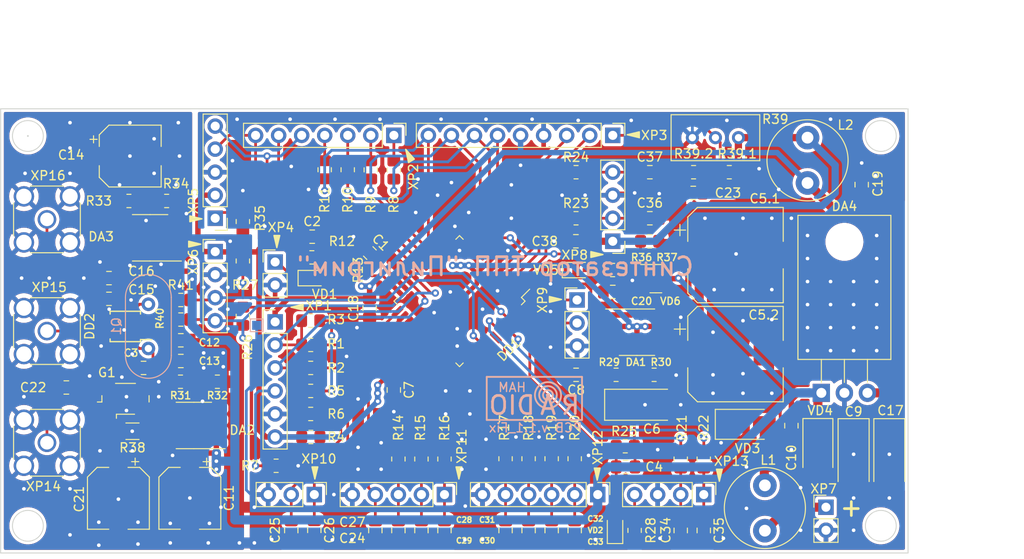
<source format=kicad_pcb>
(kicad_pcb (version 20211014) (generator pcbnew)
  (title_block (title "Синтезатор для ТПП") (date "2023-01-10") (company "HAM Radio") (comment 1 "СНТП10.100 ПП") (comment 2 "RK9AMX") (comment 3 "Oleg9"))
  (layers (0 "F.Cu" signal) (31 "B.Cu" signal) (34 "B.Paste" user) (35 "F.Paste" user) (36 "B.SilkS" user "B.Silkscreen") (37 "F.SilkS" user "F.Silkscreen") (38 "B.Mask" user) (39 "F.Mask" user) (44 "Edge.Cuts" user))
  (net 0 "")
  (net 1 "/PSVE")
  (net 2 "GNDD")
  (net 3 "/Cref")
  (net 4 "Net-(C3-Pad1)")
  (net 5 "/XA")
  (net 6 "/PVDD")
  (net 7 "/S1VDD")
  (net 8 "/S2VDD")
  (net 9 "/DVDD")
  (net 10 "Net-(C5.1-Pad1)")
  (net 11 "/+Vout B")
  (net 12 "/TVDD")
  (net 13 "/+5out")
  (net 14 "/*U{slash}Lsb")
  (net 15 "/*CW")
  (net 16 "/*FLT")
  (net 17 "/BAND0")
  (net 18 "/BAND1")
  (net 19 "/BAND2")
  (net 20 "/S-m")
  (net 21 "/BAND3")
  (net 22 "/*TX1out")
  (net 23 "/*TX2out")
  (net 24 "/*ATT")
  (net 25 "/SWR1")
  (net 26 "/PREAMP")
  (net 27 "Net-(DA1-Pad4)")
  (net 28 "/SWR2")
  (net 31 "/+Vin")
  (net 32 "/MCLR")
  (net 33 "Net-(DA2-Pad4)")
  (net 35 "/USrx")
  (net 36 "/ATT")
  (net 37 "/PRE")
  (net 38 "/RS")
  (net 39 "/E")
  (net 40 "/DB4")
  (net 41 "/DB5")
  (net 42 "/DB6")
  (net 45 "/DB7")
  (net 46 "/KEYin1")
  (net 47 "/KEYin2")
  (net 48 "/KEYin3")
  (net 49 "/C1in")
  (net 50 "/C2in")
  (net 51 "/PTTin")
  (net 52 "/C1out")
  (net 53 "/C2out")
  (net 54 "/U{slash}Lsb")
  (net 55 "/CW")
  (net 56 "/FLT")
  (net 59 "/B0")
  (net 60 "/B1")
  (net 61 "/SCL")
  (net 62 "/B2")
  (net 63 "/B3")
  (net 64 "/TX1out")
  (net 65 "/TX2out")
  (net 66 "/SDA")
  (net 67 "/CWKin")
  (net 68 "/UStx")
  (net 70 "Net-(DA3-Pad4)")
  (net 73 "/XB")
  (net 74 "Net-(DD2-Pad4)")
  (net 75 "Net-(DD2-Pad5)")
  (net 76 "/RFOUT3")
  (net 77 "Net-(R7-Pad2)")
  (net 78 "/RFOUT2")
  (net 79 "/RFOUT1")
  (net 81 "/*+Vin")
  (net 82 "Net-(R3-Pad1)")
  (net 83 "Net-(R8-Pad1)")
  (net 84 "Net-(R9-Pad1)")
  (net 85 "Net-(R10-Pad1)")
  (net 86 "Net-(R11-Pad1)")
  (net 87 "Net-(R13-Pad1)")
  (net 88 "Net-(R28-Pad1)")
  (net 89 "/*CWKin")
  (net 90 "Net-(R36-Pad2)")
  (net 91 "/CON")
  (net 92 "Net-(VD1-Pad1)")
  (footprint "Resistor_SMD:R_0805_2012Metric_Pad1.20x1.40mm_HandSolder" (layer "F.Cu") (at 223.261 118.602 -90)
    (fp_text reference "R20")
    (fp_text value "470")
  )
  (footprint "Capacitor_SMD:C_0805_2012Metric_Pad1.18x1.45mm_HandSolder" (layer "F.Cu") (at 171.9365 100.965 180)
    (fp_text reference "C15")
    (fp_text value "0.1")
  )
  (footprint "Resistor_SMD:R_0805_2012Metric_Pad1.20x1.40mm_HandSolder" (layer "F.Cu") (at 197.612 97.679 90)
    (fp_text reference "R13")
    (fp_text value "470")
  )
  (footprint "Diode_SMD:D_SOD-323" (layer "F.Cu") (at 223.393 97.79)
    (fp_text reference "VD5")
    (fp_text value "BAS70")
  )
  (footprint "Capacitor_SMD:CP_Elec_6.3x7.7" (layer "F.Cu") (at 172.974 122.969 -90)
    (fp_text reference "C21")
    (fp_text value "220u/16V")
  )
  (footprint "Resistor_SMD:R_0805_2012Metric_Pad1.20x1.40mm_HandSolder" (layer "F.Cu") (at 227.822 109.347)
    (fp_text reference "R29")
    (fp_text value "1k")
  )
  (footprint "Capacitor_SMD:C_0805_2012Metric_Pad1.18x1.45mm_HandSolder" (layer "F.Cu") (at 237.485 126.5135 -90)
    (fp_text reference "C35")
    (fp_text value "0.01")
  )
  (footprint "Connector_PinHeader_2.54mm:PinHeader_1x05_P2.54mm_Vertical" (layer "F.Cu") (at 208.91 122.555 -90)
    (fp_text reference "XP11")
    (fp_text value "c")
  )
  (footprint "Resistor_SMD:R_0805_2012Metric_Pad1.20x1.40mm_HandSolder" (layer "F.Cu") (at 190.357 119.38 180)
    (fp_text reference "R7")
    (fp_text value "1k")
  )
  (footprint "Package_SO:MSOP-10_3x3mm_P0.5mm" (layer "F.Cu") (at 173.736 104.013 180)
    (fp_text reference "DD2")
    (fp_text value "Si5351A-B-GT")
  )
  (footprint "Capacitor_SMD:C_0805_2012Metric_Pad1.18x1.45mm_HandSolder" (layer "F.Cu") (at 231.5425 86.995)
    (fp_text reference "C37")
    (fp_text value "0.01")
  )
  (footprint "Capacitor_SMD:C_0805_2012Metric_Pad1.18x1.45mm_HandSolder" (layer "F.Cu") (at 200.688377 95.913377 -45)
    (fp_text reference "C1")
    (fp_text value "0.1")
  )
  (footprint "Capacitor_Tantalum_SMD:CP_EIA-6032-28_Kemet-C_Pad2.25x2.35mm_HandSolder" (layer "F.Cu") (at 254 118.12 -90)
    (fp_text reference "C9")
    (fp_text value "10u/16V")
  )
  (footprint "Connector_PinHeader_2.54mm:PinHeader_1x02_P2.54mm_Vertical" (layer "F.Cu") (at 250.952 123.952)
    (fp_text reference "XP7")
    (fp_text value "Питание")
  )
  (footprint "Connector_Coaxial:SMA_Wurth_60312002114503_Vertical" (layer "F.Cu") (at 165.1 116.84)
    (fp_text reference "XP14")
    (fp_text value "Выход ВЧ")
  )
  (footprint "Package_TO_SOT_SMD:SOT-23" (layer "F.Cu") (at 232.2045 98.74)
    (fp_text reference "VD6")
    (fp_text value "BZX84C6V8")
  )
  (footprint "Package_TO_SOT_THT:TO-220-3_Horizontal_TabDown" (layer "F.Cu") (at 250.444 111.338)
    (fp_text reference "DA4")
    (fp_text value "LM7805_TO220")
  )
  (footprint "Capacitor_SMD:C_0805_2012Metric_Pad1.18x1.45mm_HandSolder" (layer "F.Cu") (at 179.8535 105.537)
    (fp_text reference "C12")
    (fp_text value "0.1")
  )
  (footprint "Capacitor_SMD:CP_Elec_6.3x7.7" (layer "F.Cu") (at 180.848 122.969 -90)
    (fp_text reference "C11")
    (fp_text value "220u/16V")
  )
  (footprint "Resistor_SMD:R_0805_2012Metric_Pad1.20x1.40mm_HandSolder" (layer "F.Cu") (at 227.441 97.79)
    (fp_text reference "R36")
    (fp_text value "33k")
  )
  (footprint "Capacitor_SMD:CP_Elec_10x10" (layer "F.Cu") (at 240.982 107.061)
    (fp_text reference "C5.2")
    (fp_text value "470u/16V")
  )
  (footprint "Capacitor_SMD:C_0805_2012Metric_Pad1.18x1.45mm_HandSolder" (layer "F.Cu") (at 203.327 111.0195 -90)
    (fp_text reference "C7")
    (fp_text value "0.1")
  )
  (footprint "Capacitor_SMD:C_0805_2012Metric_Pad1.18x1.45mm_HandSolder" (layer "F.Cu") (at 223.393 94.615 180)
    (fp_text reference "C38")
    (fp_text value "0.01")
  )
  (footprint "Resistor_SMD:R_0805_2012Metric_Pad1.20x1.40mm_HandSolder" (layer "F.Cu") (at 220.721 118.602 -90)
    (fp_text reference "R19")
    (fp_text value "470")
  )
  (footprint "Capacitor_Tantalum_SMD:CP_EIA-6032-28_Kemet-C_Pad2.25x2.35mm_HandSolder" (layer "F.Cu") (at 230.495 112.649)
    (fp_text reference "C6")
    (fp_text value "10u/16V")
  )
  (footprint "Capacitor_SMD:C_0805_2012Metric_Pad1.18x1.45mm_HandSolder" (layer "F.Cu") (at 220.721 126.5135 -90)
    (fp_text reference "C32")
    (fp_text value "0.01")
  )
  (footprint "Resistor_SMD:R_0805_2012Metric_Pad1.20x1.40mm_HandSolder" (layer "F.Cu") (at 178.292 90.17)
    (fp_text reference "R34")
    (fp_text value "1.5k")
  )
  (footprint "Package_SO:SOIC-8_3.9x4.9mm_P1.27mm" (layer "F.Cu") (at 176.468 94.234 180)
    (fp_text reference "DA3")
    (fp_text value "LM317L_SO8")
  )
  (footprint "Connector_Coaxial:SMA_Wurth_60312002114503_Vertical" (layer "F.Cu") (at 165.1 104.521)
    (fp_text reference "XP15")
    (fp_text value "Выход ВЧ")
  )
  (footprint "Capacitor_SMD:C_0805_2012Metric_Pad1.18x1.45mm_HandSolder" (layer "F.Cu") (at 175.7465 108.585)
    (fp_text reference "C3")
    (fp_text value "0.01")
  )
  (footprint "Connector_PinHeader_2.54mm:PinHeader_1x09_P2.54mm_Vertical" (layer "F.Cu") (at 227.457 82.931 -90)
    (fp_text reference "XP3")
    (fp_text value "LCD 1602")
  )
  (footprint "Connector_PinHeader_2.54mm:PinHeader_1x04_P2.54mm_Vertical" (layer "F.Cu") (at 183.642 95.758)
    (fp_text reference "XP6")
    (fp_text value "Si5351a Module")
  )
  (footprint "Oscillator:Oscillator_SMD_Fox_FT5H_5.0x3.2mm" (layer "F.Cu") (at 173.754 111.994 90)
    (fp_text reference "G1")
    (fp_text value "FT5HV 26MHz")
  )
  (footprint "Resistor_SMD:R_0805_2012Metric_Pad1.20x1.40mm_HandSolder" (layer "F.Cu") (at 203.327 86.757 -90)
    (fp_text reference "R8")
    (fp_text value "470")
  )
  (footprint "Resistor_SMD:R_0805_2012Metric_Pad1.20x1.40mm_HandSolder" (layer "F.Cu") (at 179.848 101.092)
    (fp_text reference "R41")
    (fp_text value "1k")
  )
  (footprint "Resistor_SMD:R_0805_2012Metric_Pad1.20x1.40mm_HandSolder" (layer "F.Cu") (at 195.707 86.725 -90)
    (fp_text reference "R11")
    (fp_text value "470")
  )
  (footprint "Resistor_SMD:R_1206_3216Metric_Pad1.30x1.75mm_HandSolder" (layer "F.Cu") (at 174.524 115.57 180)
    (fp_text reference "R38")
    (fp_text value "100")
  )
  (footprint "Potentiometer_THT:Potentiometer_Bourns_3296W_Vertical" (layer "F.Cu") (at 241.31 83.185)
    (fp_text reference "R39")
    (fp_text value "10k")
  )
  (footprint "Resistor_SMD:R_0805_2012Metric_Pad1.20x1.40mm_HandSolder" (layer "F.Cu") (at 198.247 86.725 -90)
    (fp_text reference "R10")
    (fp_text value "470")
  )
  (footprint "Resistor_SMD:R_0805_2012Metric_Pad1.20x1.40mm_HandSolder" (layer "F.Cu") (at 186.69 102.886 -90)
    (fp_text reference "R26")
    (fp_text value "4.7k")
  )
  (footprint "Connector_PinHeader_2.54mm:PinHeader_1x04_P2.54mm_Vertical" (layer "F.Cu") (at 227.457 94.615 180)
    (fp_text reference "XP8")
    (fp_text value "c")
  )
  (footprint "Resistor_SMD:R_0805_2012Metric_Pad1.20x1.40mm_HandSolder" (layer "F.Cu") (at 218.181 118.602 -90)
    (fp_text reference "R18")
    (fp_text value "470")
  )
  (footprint "Capacitor_SMD:C_0805_2012Metric_Pad1.18x1.45mm_HandSolder" (layer "F.Cu") (at 167.2375 110.744 180)
    (fp_text reference "C22")
    (fp_text value "0.1")
  )
  (footprint "Resistor_SMD:R_0805_2012Metric_Pad1.20x1.40mm_HandSolder" (layer "F.Cu") (at 237.485 118.634 -90)
    (fp_text reference "R22")
    (fp_text value "470")
  )
  (footprint "Diode_SMD:D_SOD-323" (layer "F.Cu") (at 227.706 126.458 90)
    (fp_text reference "VD2")
    (fp_text value "BAS70")
  )
  (footprint "Resistor_SMD:R_0805_2012Metric_Pad1.20x1.40mm_HandSolder" (layer "F.Cu") (at 194.167 113.665)
    (fp_text reference "R6")
    (fp_text value "0")
  )
  (footprint "Connector_PinHeader_2.54mm:PinHeader_1x04_P2.54mm_Vertical" (layer "F.Cu") (at 237.485 122.555 -90)
    (fp_text reference "XP13")
    (fp_text value "c")
  )
  (footprint "Resistor_SMD:R_0805_2012Metric_Pad1.20x1.40mm_HandSolder" (layer "F.Cu") (at 234.945 118.634 -90)
    (fp_text reference "R21")
    (fp_text value "470")
  )
  (footprint "Capacitor_SMD:C_0805_2012Metric_Pad1.18x1.45mm_HandSolder" (layer "F.Cu") (at 231.5425 92.075)
    (fp_text reference "C36")
    (fp_text value "0.01")
  )
  (footprint "Diode_SMD:D_SMA" (layer "F.Cu") (at 242.157 114.808)
    (fp_text reference "VD3")
    (fp_text value "US1M")
  )
  (footprint "Capacitor_SMD:C_0805_2012Metric_Pad1.18x1.45mm_HandSolder" (layer "F.Cu") (at 228.8705 119.507 180)
    (fp_text reference "C4")
    (fp_text value "0.01")
  )
  (footprint "Package_SO:SOIC-8_3.9x4.9mm_P1.27mm" (layer "F.Cu") (at 230.124 104.648)
    (fp_text reference "DA1")
    (fp_text value "LM317L_SO8")
  )
  (footprint "Resistor_SMD:R_0805_2012Metric_Pad1.20x1.40mm_HandSolder" (layer "F.Cu") (at 194.167 111.125 180)
    (fp_text reference "R5")
    (fp_text value "4.7k")
  )
  (footprint "Resistor_SMD:R_0805_2012Metric_Pad1.20x1.40mm_HandSolder" (layer "F.Cu") (at 174.133 90.17)
    (fp_text reference "R33")
    (fp_text value "1k")
  )
  (footprint "Resistor_SMD:R_0805_2012Metric_Pad1.20x1.40mm_HandSolder" (layer "F.Cu") (at 229.865 126.508 90)
    (fp_text reference "R28")
    (fp_text value "470")
  )
  (footprint "Capacitor_SMD:C_0805_2012Metric_Pad1.18x1.45mm_HandSolder" (layer "F.Cu") (at 215.641 126.5135 -90)
    (fp_text reference "C30")
    (fp_text value "0.01")
  )
  (footprint "Resistor_SMD:R_0805_2012Metric_Pad1.20x1.40mm_HandSolder" (layer "F.Cu") (at 194.294 96.393)
    (fp_text reference "R12")
    (fp_text value "10k")
  )
  (footprint "Connector_PinHeader_2.54mm:PinHeader_1x07_P2.54mm_Vertical" (layer "F.Cu") (at 203.332 82.931 -90)
    (fp_text reference "XP2")
    (fp_text value "Клавиатура")
  )
  (footprint "Capacitor_SMD:C_0805_2012Metric_Pad1.18x1.45mm_HandSolder" (layer "F.Cu") (at 200.66 102.0025 -90)
    (fp_text reference "C18")
    (fp_text value "0.1")
  )
  (footprint "Resistor_SMD:R_0805_2012Metric_Pad1.20x1.40mm_HandSolder" (layer "F.Cu") (at 194.167 108.585 180)
    (fp_text reference "R2")
    (fp_text value "470k")
  )
  (footprint "Capacitor_SMD:C_0805_2012Metric_Pad1.18x1.45mm_HandSolder" (layer "F.Cu") (at 208.91 126.5135 -90)
    (fp_text reference "C29")
    (fp_text value "0.01")
  )
  (footprint "Connector_PinHeader_2.54mm:PinHeader_1x06_P2.54mm_Vertical" (layer "F.Cu") (at 190.246 103.505)
    (fp_text reference "XP1")
    (fp_text value "Encoder")
  )
  (footprint "Resistor_SMD:R_0805_2012Metric_Pad1.20x1.40mm_HandSolder" (layer "F.Cu") (at 231.521 94.615)
    (fp_text reference "R37")
    (fp_text value "1.5k")
  )
  (footprint "Connector_PinHeader_2.54mm:PinHeader_1x05_P2.54mm_Vertical" (layer "F.Cu") (at 183.642 92.075 180)
    (fp_text reference "XP5")
    (fp_text value "Программатор")
  )
  (footprint "Resistor_SMD:R_0805_2012Metric_Pad1.20x1.40mm_HandSolder" (layer "F.Cu") (at 223.409 86.995)
    (fp_text reference "R24")
    (fp_text value "470")
  )
  (footprint "Resistor_SMD:R_0805_2012Metric_Pad1.20x1.40mm_HandSolder" (layer "F.Cu") (at 186.69 92.44 90)
    (fp_text reference "R35")
    (fp_text value "470k")
  )
  (footprint "Capacitor_SMD:C_0805_2012Metric_Pad1.18x1.45mm_HandSolder" (layer "F.Cu") (at 206.37 126.5135 -90)
    (fp_text reference "C28")
    (fp_text value "0.01")
  )
  (footprint "Capacitor_SMD:C_0805_2012Metric_Pad1.18x1.45mm_HandSolder" (layer "F.Cu") (at 218.181 126.5135 -90)
    (fp_text reference "C31")
    (fp_text value "0.01")
  )
  (footprint "Capacitor_SMD:CP_Elec_6.3x7.7" (layer "F.Cu") (at 174.277 85.217)
    (fp_text reference "C14")
    (fp_text value "220u/16V")
  )
  (footprint "Resistor_SMD:R_0805_2012Metric_Pad1.20x1.40mm_HandSolder" (layer "F.Cu") (at 200.787 86.741 -90)
    (fp_text reference "R9")
    (fp_text value "470")
  )
  (footprint "Resistor_SMD:R_0805_2012Metric_Pad1.20x1.40mm_HandSolder" (layer "F.Cu") (at 240.3 86.995 180)
    (fp_text reference "R39.1")
    (fp_text value "5.1k")
  )
  (footprint "Resistor_SMD:R_0805_2012Metric_Pad1.20x1.40mm_HandSolder" (layer "F.Cu") (at 215.641 118.602 -90)
    (fp_text reference "R17")
    (fp_text value "470")
  )
  (footprint "Capacitor_Tantalum_SMD:CP_EIA-6032-28_Kemet-C_Pad2.25x2.35mm_HandSolder" (layer "F.Cu") (at 257.937 118.12 -90)
    (fp_text reference "C17")
    (fp_text value "10u/16V")
  )
  (footprint "Resistor_SMD:R_0805_2012Metric_Pad1.20x1.40mm_HandSolder" (layer "F.Cu") (at 194.167 103.378 180)
    (fp_text reference "R3")
    (fp_text value "4.7k")
  )
  (footprint "Package_SO:SOIC-8_3.9x4.9mm_P1.27mm" (layer "F.Cu") (at 181.291 114.935 180)
    (fp_text reference "DA2")
    (fp_text value "LM317L_SO8")
  )
  (footprint "Capacitor_SMD:CP_Elec_10x10" (layer "F.Cu") (at 240.983 96.139)
    (fp_text reference "C5.1")
    (fp_text value "470u/16V")
  )
  (footprint "Resistor_SMD:R_0805_2012Metric_Pad1.20x1.40mm_HandSolder" (layer "F.Cu") (at 203.83 118.634 -90)
    (fp_text reference "R14")
    (fp_text value "470")
  )
  (footprint "Capacitor_SMD:C_0805_2012Metric_Pad1.18x1.45mm_HandSolder" (layer "F.Cu") (at 203.83 126.5135 -90)
    (fp_text reference "C27")
    (fp_text value "0.01")
  )
  (footprint "Capacitor_SMD:C_0805_2012Metric_Pad1.18x1.45mm_HandSolder" (layer "F.Cu") (at 234.945 126.5135 -90)
    (fp_text reference "C34")
    (fp_text value "0.01")
  )
  (footprint "Capacitor_SMD:C_0805_2012Metric_Pad1.18x1.45mm_HandSolder" (layer "F.Cu") (at 194.3315 94.107)
    (fp_text reference "C2")
    (fp_text value "0.01")
  )
  (footprint "Resistor_SMD:R_0805_2012Metric_Pad1.20x1.40mm_HandSolder" (layer "F.Cu") (at 194.167 106.045 180)
    (fp_text reference "R1")
    (fp_text value "470k")
  )
  (footprint "Capacitor_SMD:C_0805_2012Metric_Pad1.18x1.45mm_HandSolder" (layer "F.Cu") (at 179.8535 107.823)
    (fp_text reference "C13")
    (fp_text value "1000")
  )
  (footprint "Resistor_SMD:R_0805_2012Metric_Pad1.20x1.40mm_HandSolder" (layer "F.Cu") (at 206.37 118.634 -90)
    (fp_text reference "R15")
    (fp_text value "470")
  )
  (footprint "Capacitor_SMD:C_0805_2012Metric_Pad1.18x1.45mm_HandSolder" (layer "F.Cu") (at 247.142 114.9565 -90)
    (fp_text reference "C10")
    (fp_text value "0.1")
  )
  (footprint "Capacitor_SMD:C_0805_2012Metric_Pad1.18x1.45mm_HandSolder" (layer "F.Cu") (at 194.564 126.492 -90)
    (fp_text reference "C26")
    (fp_text value "0.01")
  )
  (footprint "Resistor_SMD:R_0805_2012Metric_Pad1.20x1.40mm_HandSolder" (layer "F.Cu") (at 186.69 96.79 -90)
    (fp_text reference "R27")
    (fp_text value "4.7k")
  )
  (footprint "Resistor_SMD:R_0805_2012Metric_Pad1.20x1.40mm_HandSolder" (layer "F.Cu") (at 179.848 103.251)
    (fp_text reference "R40")
    (fp_text value "1k")
  )
  (footprint "Resistor_SMD:R_0805_2012Metric_Pad1.20x1.40mm_HandSolder" (layer "F.Cu") (at 208.91 118.634 -90)
    (fp_text reference "R16")
    (fp_text value "470")
  )
  (footprint "Connector_PinHeader_2.54mm:PinHeader_1x06_P2.54mm_Vertical" (layer "F.Cu") (at 225.801 122.555 -90)
    (fp_text reference "XP12")
    (fp_text value "c")
  )
  (footprint "Capacitor_SMD:C_0805_2012Metric_Pad1.18x1.45mm_HandSolder" (layer "F.Cu") (at 254.889 88.3705 90)
    (fp_text reference "C19")
    (fp_text value "0.1")
  )
  (footprint "Capacitor_SMD:C_0805_2012Metric_Pad1.18x1.45mm_HandSolder" (layer "F.Cu") (at 201.29 126.5135 -90)
    (fp_text reference "C24")
    (fp_text value "0.01")
  )
  (footprint "Resistor_SMD:R_0805_2012Metric_Pad1.20x1.40mm_HandSolder" (layer "F.Cu") (at 194.183 116.205)
    (fp_text reference "R4")
    (fp_text value "NC")
  )
  (footprint "Resistor_SMD:R_0805_2012Metric_Pad1.20x1.40mm_HandSolder" (layer "F.Cu") (at 223.409 92.075)
    (fp_text reference "R23")
    (fp_text value "470")
  )
  (footprint "Connector_PinHeader_2.54mm:PinHeader_1x03_P2.54mm_Vertical" (layer "F.Cu") (at 223.52 101.092)
    (fp_text reference "XP9")
    (fp_text value "Conn_01x03_Male")
  )
  (footprint "Package_QFP:LQFP-44_10x10mm_P0.8mm" (layer "F.Cu") (at 210.566 101.219 -135)
    (fp_text reference "DD1")
    (fp_text value "PIC16F1787I/PT")
  )
  (footprint "Connector_Coaxial:SMA_Wurth_60312002114503_Vertical" (layer "F.Cu") (at 165.1 92.202)
    (fp_text reference "XP16")
    (fp_text value "Выход ВЧ")
  )
  (footprint "Capacitor_SMD:C_0805_2012Metric_Pad1.18x1.45mm_HandSolder" (layer "F.Cu") (at 236.3255 89.281 180)
    (fp_text reference "C23")
    (fp_text value "0.1")
  )
  (footprint "Inductor_THT:L_Radial_D8.7mm_P5.00mm_Fastron_07HCP" (layer "F.Cu") (at 248.92 88.185 90)
    (fp_text reference "L2")
    (fp_text value "47uH")
  )
  (footprint "Capacitor_SMD:C_0805_2012Metric_Pad1.18x1.45mm_HandSolder" (layer "F.Cu") (at 192.024 126.5135 -90)
    (fp_text reference "C25")
    (fp_text value "0.01")
  )
  (footprint "Resistor_SMD:R_0805_2012Metric_Pad1.20x1.40mm_HandSolder" (layer "F.Cu") (at 228.833 117.221 180)
    (fp_text reference "R25")
    (fp_text value "10k")
  )
  (footprint "Capacitor_SMD:C_0805_2012Metric_Pad1.18x1.45mm_HandSolder" (layer "F.Cu") (at 223.261 126.5135 -90)
    (fp_text reference "C33")
    (fp_text value "0.01")
  )
  (footprint "Connector_PinHeader_2.54mm:PinHeader_1x02_P2.54mm_Vertical" (layer "F.Cu") (at 190.246 96.901)
    (fp_text reference "XP4")
    (fp_text value "PTT")
  )
  (footprint "Inductor_THT:L_Radial_D8.7mm_P5.00mm_Fastron_07HCP" (layer "F.Cu") (at 244.221 121.539 -90)
    (fp_text reference "L1")
    (fp_text value "47uH")
  )
  (footprint "Capacitor_SMD:C_0805_2012Metric_Pad1.18x1.45mm_HandSolder" (layer "F.Cu") (at 227.457 100.203)
    (fp_text reference "C20")
    (fp_text value "0.01")
  )
  (footprint "Connector_PinHeader_2.54mm:PinHeader_1x03_P2.54mm_Vertical" (layer "F.Cu") (at 194.564 122.555 -90)
    (fp_text reference "XP10")
    (fp_text value "Вход КСВ-метра")
  )
  (footprint "Diode_SMD:D_SOD-323" (layer "F.Cu") (at 194.276 98.679)
    (fp_text reference "VD1")
    (fp_text value "BAS70")
  )
  (footprint "Resistor_SMD:R_0805_2012Metric_Pad1.20x1.40mm_HandSolder" (layer "F.Cu") (at 179.816 110.109)
    (fp_text reference "R31")
    (fp_text value "1k")
  )
  (footprint "Capacitor_SMD:C_0805_2012Metric_Pad1.18x1.45mm_HandSolder" (layer "F.Cu") (at 223.4145 109.347 180)
    (fp_text reference "C8")
    (fp_text value "0.1")
  )
  (footprint "Resistor_SMD:R_0805_2012Metric_Pad1.20x1.40mm_HandSolder" (layer "F.Cu") (at 183.88 110.109)
    (fp_text reference "R32")
    (fp_text value "1.5k")
  )
  (footprint "Resistor_SMD:R_0805_2012Metric_Pad1.20x1.40mm_HandSolder" (layer "F.Cu") (at 236.363 86.995 180)
    (fp_text reference "R39.2")
    (fp_text value "1k")
  )
  (footprint "Diode_SMD:D_SMA" (layer "F.Cu") (at 250.063 117.57 -90)
    (fp_text reference "VD4")
    (fp_text value "US1M")
  )
  (footprint "Resistor_SMD:R_0805_2012Metric_Pad1.20x1.40mm_HandSolder" (layer "F.Cu") (at 232.013 109.347)
    (fp_text reference "R30")
    (fp_text value "1.5k")
  )
  (footprint "Capacitor_SMD:C_0805_2012Metric_Pad1.18x1.45mm_HandSolder" (layer "F.Cu") (at 171.9365 98.679 180)
    (fp_text reference "C16")
    (fp_text value "1000")
  )
  (footprint "Crystal:Crystal_HC49-4H_Vertical" (layer "B.Cu") (at 176.276 101.563 -90)
    (fp_text reference "Q1")
    (fp_text value "25MHz")
  )
  (footprint "UserLibrary:LogoHamRadio" (layer "B.Cu") (at 218.567 107.823 180)
    (fp_text reference "REF**")
    (fp_text value "LogoHamRadio")
  )
  (footprint "TestPoint:TestPoint_Pad_1.0x1.0mm" (layer "B.Cu") (at 188.214 103.886 180)
    (fp_text reference "REF**" hide)
    (fp_text value "TestPoint_Pad_1.0x1.0mm" hide)
  )
  (gr_poly (pts (xy 190.119 93.98) (xy 190.754 93.98) (xy 190.433 95.31)) (layer "F.SilkS") (width 0.15) (fill solid))
  (gr_poly (pts (xy 205.584984 85.549298) (xy 204.949984 85.930298) (xy 204.635984 84.473298)) (layer "F.SilkS") (width 0.15) (fill solid))
  (gr_poly (pts (xy 225.044 96.393) (xy 225.044 95.758) (xy 226.374 96.079)) (layer "F.SilkS") (width 0.15) (fill solid))
  (gr_poly (pts (xy 180.721 95.25) (xy 180.721 94.615) (xy 182.051 94.936)) (layer "F.SilkS") (width 0.15) (fill solid))
  (gr_poly (pts (xy 193.330957 101.573875) (xy 193.330957 102.208875) (xy 192.000957 101.887875)) (layer "F.SilkS") (width 0.15) (fill solid))
  (gr_poly (pts (xy 230.378 82.55) (xy 230.378 83.185) (xy 229.048 82.864)) (layer "F.SilkS") (width 0.15) (fill solid))
  (gr_poly (pts (xy 210.185 119.507) (xy 210.82 119.507) (xy 210.499 120.837)) (layer "F.SilkS") (width 0.15) (fill solid))
  (gr_poly (pts (xy 238.887 119.761) (xy 239.522 119.761) (xy 239.201 121.091)) (layer "F.SilkS") (width 0.15) (fill solid))
  (gr_poly (pts (xy 225.425 119.634) (xy 226.06 119.634) (xy 225.739 120.964)) (layer "F.SilkS") (width 0.15) (fill solid))
  (gr_poly (pts (xy 220.472 101.346) (xy 220.472 100.711) (xy 221.802 101.032)) (layer "F.SilkS") (width 0.15) (fill solid))
  (gr_poly (pts (xy 180.848 92.456) (xy 180.848 91.821) (xy 182.178 92.142)) (layer "F.SilkS") (width 0.15) (fill solid))
  (gr_poly (pts (xy 194.31 119.507) (xy 194.945 119.507) (xy 194.624 120.837)) (layer "F.SilkS") (width 0.15) (fill solid))
  (gr_circle (center 163 83) (end 163 83) (layer "Edge.Cuts") (width 0.1) (fill none))
  (gr_line (start 260 80) (end 260 129) (layer "Edge.Cuts") (width 0.1))
  (gr_circle (center 163 83) (end 164.7 83) (layer "Edge.Cuts") (width 0.1) (fill none))
  (gr_line (start 160 129) (end 160 80) (layer "Edge.Cuts") (width 0.1))
  (gr_circle (center 257 83) (end 258.7 83) (layer "Edge.Cuts") (width 0.1) (fill none))
  (gr_circle (center 163 126) (end 164.7 126) (layer "Edge.Cuts") (width 0.1) (fill none))
  (gr_line (start 160 129) (end 260 129) (layer "Edge.Cuts") (width 0.1))
  (gr_line (start 160 129) (end 160 129) (layer "Edge.Cuts") (width 0.1))
  (gr_circle (center 257 126) (end 258.7 126) (layer "Edge.Cuts") (width 0.1) (fill none))
  (gr_line (start 160 80) (end 260 80) (layer "Edge.Cuts") (width 0.1))
  (gr_text "PCB v.1.1_Fix" (at 218.948 115.189) (layer "B.SilkS") (effects (font (size 1 1)) (justify mirror)))
  (gr_text "Синтезатор ТПП {dblquote}Пилигрим{dblquote}" (at 214.503 97.409) (layer "B.SilkS") (effects (font (size 2 2) (thickness 0.3)) (justify mirror)))
  (gr_text "+" (at 253.746 123.952) (layer "F.SilkS") (effects (font (size 2 2) (thickness 0.3))))
  (segment (start 226.4195 100.203) (end 226.4195 97.8115) (width 0.3) (layer "F.Cu") (net 1))
  (segment (start 226.187 96.012) (end 220.98 96.012) (width 0.3) (layer "F.Cu") (net 1))
  (segment (start 226.4195 97.8115) (end 226.441 97.79) (width 0.3) (layer "F.Cu") (net 1))
  (segment (start 224.443 97.79) (end 225.298 97.79) (width 0.3) (layer "F.Cu") (net 1))
  (segment (start 226.441 97.79) (end 226.441 96.266) (width 0.3) (layer "F.Cu") (net 1))
  (segment (start 225.298 97.79) (end 226.441 97.79) (width 0.3) (layer "F.Cu") (net 1))
  (segment (start 213.438621 96.083637) (end 215.288258 94.234) (width 0.3) (layer "F.Cu") (net 1))
  (segment (start 215.288258 94.234) (end 216.154 94.234) (width 0.3) (layer "F.Cu") (net 1))
  (segment (start 226.441 96.266) (end 226.187 96.012) (width 0.3) (layer "F.Cu") (net 1))
  (via (at 220.98 96.012) (size 0.8) (drill 0.4) (layers "F.Cu" "B.Cu") (net 1))
  (via (at 216.154 94.234) (size 0.8) (drill 0.4) (layers "F.Cu" "B.Cu") (net 1))
  (segment (start 217.932 96.012) (end 220.98 96.012) (width 0.3) (layer "B.Cu") (net 1))
  (segment (start 216.154 94.234) (end 217.932 96.012) (width 0.3) (layer "B.Cu") (net 1))
  (segment (start 254 122.936) (end 254 126.492) (width 0.3) (layer "F.Cu") (net 2))
  (segment (start 204.554 112.057) (end 204.851 111.76) (width 0.3) (layer "F.Cu") (net 2))
  (segment (start 229.489 100.203) (end 229.616 100.076) (width 0.3) (layer "F.Cu") (net 2))
  (segment (start 256.032 117.348) (end 255.778 117.602) (width 0.3) (layer "F.Cu") (net 2))
  (segment (start 244.982 107.061) (end 244.982 109.346) (width 0.3) (layer "F.Cu") (net 2))
  (segment (start 169.672 104.013) (end 167.64 101.981) (width 0.3) (layer "F.Cu") (net 2))
  (segment (start 171.536 104.013) (end 172.593 104.013) (width 0.3) (layer "F.Cu") (net 2))
  (segment (start 233.045 112.649) (end 234.95 112.649) (width 0.3) (layer "F.Cu") (net 2))
  (segment (start 244.983 103.251) (end 244.983 107.06) (width 0.3) (layer "F.Cu") (net 2))
  (segment (start 244.983 96.139) (end 244.983 99.949) (width 0.3) (layer "F.Cu") (net 2))
  (segment (start 200.66 104.14) (end 199.263 104.14) (width 0.3) (layer "F.Cu") (net 2))
  (segment (start 237.617 92.075) (end 233.934 92.075) (width 0.3) (layer "F.Cu") (net 2))
  (segment (start 244.983 99.949) (end 244.983 103.251) (width 0.3) (layer "F.Cu") (net 2))
  (segment (start 220.599 109.347) (end 220.599 106.299) (width 0.3) (layer "F.Cu") (net 2))
  (segment (start 220.721 127.551) (end 223.261 127.551) (width 0.3) (layer "F.Cu") (net 2))
  (segment (start 233.934 94.615) (end 233.934 92.075) (width 0.3) (layer "F.Cu") (net 2))
  (segment (start 218.181 127.551) (end 220.721 127.551) (width 0.3) (layer "F.Cu") (net 2))
  (segment (start 214.569992 97.215008) (end 213.233 98.552) (width 0.5) (layer "F.Cu") (net 2))
  (segment (start 213.101 122.555) (end 213.101 127.503) (width 0.3) (layer "F.Cu") (net 2))
  (segment (start 232.834 127.551) (end 234.945 127.551) (width 0.3) (layer "F.Cu") (net 2))
  (segment (start 235.288 89.281) (end 232.664 89.281) (width 0.3) (layer "F.Cu") (net 2))
  (segment (start 171.536 104.013) (end 169.672 104.013) (width 0.3) (layer "F.Cu") (net 2))
  (segment (start 253.873 117.602) (end 254 117.729) (width 0.3) (layer "F.Cu") (net 2))
  (segment (start 255.778 117.602) (end 253.873 117.602) (width 0.3) (layer "F.Cu") (net 2))
  (segment (start 213.101 127.503) (end 213.149 127.551) (width 0.3) (layer "F.Cu") (net 2))
  (segment (start 233.013 109.347) (end 234.41 109.347) (width 0.3) (layer "F.Cu") (net 2))
  (segment (start 229.87 89.281) (end 227.711 89.281) (width 0.3) (layer "F.Cu") (net 2))
  (segment (start 200.66 103.04) (end 200.66 104.14) (width 0.3) (layer "F.Cu") (net 2))
  (segment (start 222.3555 94.615) (end 220.98 94.615) (width 0.3) (layer "F.Cu") (net 2))
  (segment (start 166.2 109.771) (end 166.497 109.474) (width 0.3) (layer "F.Cu") (net 2))
  (segment (start 255.651 113.284) (end 256.032 113.665) (width 0.3) (layer "F.Cu") (net 2))
  (segment (start 220.726 106.172) (end 220.599 106.299) (width 0.3) (layer "F.Cu") (net 2))
  (segment (start 227.711 89.281) (end 227.457 89.535) (width 0.3) (layer "F.Cu") (net 2))
  (segment (start 207.139322 105.788678) (end 207.127693 105.788678) (width 0.5) (layer "F.Cu") (net 2))
  (segment (start 234.41 109.347) (end 234.442 109.379) (width 0.3) (layer "F.Cu") (net 2))
  (segment (start 203.83 127.551) (end 206.37 127.551) (width 0.3) (layer "F.Cu") (net 2))
  (segment (start 198.882 94.107) (end 197.612 92.837) (width 0.3) (layer "F.Cu") (net 2))
  (segment (start 203.327 112.057) (end 204.554 112.057) (width 0.3) (layer "F.Cu") (net 2))
  (segment (start 166.497 109.474) (end 169.799 109.474) (width 0.3) (layer "F.Cu") (net 2))
  (segment (start 191.357 119.38) (end 192.786 119.38) (width 0.3) (layer "F.Cu") (net 2))
  (segment (start 244.983 107.06) (end 244.982 107.061) (width 0.3) (layer "F.Cu") (net 2))
  (segment (start 254.889 87.333) (end 256.37 87.333) (width 0.3) (layer "F.Cu") (net 2))
  (segment (start 244.982 109.346) (end 244.983 109.347) (width 0.3) (layer "F.Cu") (net 2))
  (segment (start 213.233 98.552) (end 213.233 99.695) (width 0.5) (layer "F.Cu") (net 2))
  (segment (start 199.954754 95.179754) (end 198.882 94.107) (width 0.3) (layer "F.Cu") (net 2))
  (segment (start 215.9 95.885) (end 215.9 95.631) (width 0.5) (layer "F.Cu") (net 2))
  (segment (start 252.984 109.474) (end 252.984 111.338) (width 0.3) (layer "F.Cu") (net 2))
  (segment (start 235.363 86.995) (end 235.363 84.052) (width 0.3) (layer "F.Cu") (net 2))
  (segment (start 228.4945 100.203) (end 228.8755 100.584) (width 0.3) (layer "F.Cu") (net 2))
  (segment (start 203.327 112.141) (end 203.327 113.411) (width 0.3) (layer "F.Cu") (net 2))
  (segment (start 232.664 127.381) (end 232.834 127.551) (width 0.3) (layer "F.Cu") (net 2))
  (segment (start 252.857 109.347) (end 252.984 109.474) (width 0.3) (layer "F.Cu") (net 2))
  (segment (start 232.664 89.281) (end 229.87 89.281) (width 0.3) (layer "F.Cu") (net 2))
  (segment (start 237.485 127.551) (end 234.945 127.551) (width 0.3) (layer "F.Cu") (net 2))
  (segment (start 214.569992 97.215008) (end 215.9 95.885) (width 0.5) (layer "F.Cu") (net 2))
  (segment (start 244.983 109.347) (end 252.857 109.347) (width 0.3) (layer "F.Cu") (net 2))
  (segment (start 244.983 96.139) (end 244.983 92.075) (width 0.3) (layer "F.Cu") (net 2))
  (segment (start 213.233 99.695) (end 207.139322 105.788678) (width 0.5) (layer "F.Cu") (net 2))
  (segment (start 247.142 117.602) (end 253.873 117.602) (width 0.3) (layer "F.Cu") (net 2))
  (segment (start 172.847 106.426) (end 169.799 109.474) (width 0.3) (layer "F.Cu") (net 2))
  (segment (start 232.521 94.615) (end 233.934 94.615) (width 0.3) (layer "F.Cu") (net 2))
  (segment (start 233.045 109.379) (end 233.013 109.347) (width 0.3) (layer "F.Cu") (net 2))
  (segment (start 232.58 86.995) (end 232.58 89.365) (width 0.3) (layer "F.Cu") (net 2))
  (segment (start 223.52 106.172) (end 220.726 106.172) (width 0.3) (layer "F.Cu") (net 2))
  (segment (start 233.045 112.649) (end 233.045 109.379) (width 0.3) (layer "F.Cu") (net 2))
  (segment (start 232.405 122.555) (end 232.405 127.122) (width 0.3) (layer "F.Cu") (net 2))
  (segment (start 215.641 127.551) (end 218.181 127.551) (width 0.3) (layer "F.Cu") (net 2))
  (segment (start 187.96 127.889) (end 186.309 127.889) (width 1.2) (layer "F.Cu") (net 2))
  (segment (start 244.983 92.075) (end 241.808 92.075) (width 0.3) (layer "F.Cu") (net 2))
  (segment (start 211.158 127.551) (end 208.91 127.551) (width 0.3) (layer "F.Cu") (net 2))
  (segment (start 189.23 92.837) (end 189.103 92.964) (width 0.3) (layer "F.Cu") (net 2))
  (segment (start 197.612 92.837) (end 189.23 92.837) (width 0.3) (layer "F.Cu") (net 2))
  (segment (start 254 117.729) (end 254 118.11) (width 0.3) (layer "F.Cu") (net 2))
  (segment (start 254 126.492) (end 250.952 126.492) (width 0.3) (layer "F.Cu") (net 2))
  (segment (start 229.616 100.076) (end 229.616 98.933) (width 0.3) (layer "F.Cu") (net 2))
  (segment (start 228.4945 100.203) (end 229.489 100.203) (width 0.3) (layer "F.Cu") (net 2))
  (segment (start 172.847 104.267) (end 172.847 106.426) (width 0.3) (layer "F.Cu") (net 2))
  (segment (start 203.327 112.057) (end 203.327 112.141) (width 0.3) (layer "F.Cu") (net 2))
  (segment (start 252.984 111.338) (end 252.984 113.03) (width 0.3) (layer "F.Cu") (net 2))
  (segment (start 206.37 127.551) (end 208.91 127.551) (width 0.3) (layer "F.Cu") (net 2))
  (segment (start 201.29 127.551) (end 203.83 127.551) (width 0.3) (layer "F.Cu") (net 2))
  (segment (start 232.664 89.281) (end 232.58 89.365) (width 0.3) (layer "F.Cu") (net 2))
  (segment (start 256.37 87.333) (end 256.413 87.376) (width 0.3) (layer "F.Cu") (net 2))
  (segment (start 166.2 110.744) (end 166.2 109.771) (width 0.3) (layer "F.Cu") (net 2))
  (segment (start 215.641 127.551) (end 213.149 127.551) (width 0.3) (layer "F.Cu") (net 2))
  (segment (start 247.142 115.994) (end 247.142 117.602) (width 0.3) (layer "F.Cu") (net 2))
  (segment (start 241.808 92.075) (end 237.617 92.075) (width 0.3) (layer "F.Cu") (net 2))
  (segment (start 257.937 120.67) (end 254 120.67) (width 0.3) (layer "F.Cu") (net 2))
  (segment (start 232.58 89.365) (end 232.58 92.075) (width 0.3) (layer "F.Cu") (net 2))
  (segment (start 256.032 113.665) (end 256.032 117.348) (width 0.3) (layer "F.Cu") (net 2))
  (segment (start 233.934 92.075) (end 232.58 92.075) (width 0.3) (layer "F.Cu") (net 2))
  (segment (start 207.127693 105.788678) (end 204.851 108.065371) (width 0.3) (layer "F.Cu") (net 2))
  (segment (start 172.593 104.013) (end 172.847 104.267) (width 0.3) (layer "F.Cu") (net 2))
  (segment (start 254 118.11) (end 254 120.67) (width 0.3) (layer "F.Cu") (net 2))
  (segment (start 232.405 127.122) (end 232.664 127.381) (width 0.3) (layer "F.Cu") (net 2))
  (segment (start 204.851 109.855) (end 204.851 111.76) (width 0.3) (layer "F.Cu") (net 2))
  (segment (start 193.167 113.665) (end 190.246 113.665) (width 0.3) (layer "F.Cu") (net 2))
  (segment (start 235.363 86.995) (end 232.58 86.995) (width 0.3) (layer "F.Cu") (net 2))
  (segment (start 222.377 109.347) (end 220.599 109.347) (width 0.3) (layer "F.Cu") (net 2))
  (segment (start 254 120.67) (end 254 122.936) (width 0.3) (layer "F.Cu") (net 2))
  (segment (start 187.96 123.952) (end 184.277 123.952) (width 1.2) (layer "F.Cu") (net 2))
  (segment (start 213.149 127.551) (end 211.158 127.551) (width 0.3) (layer "F.Cu") (net 2))
  (segment (start 254.889 87.333) (end 254.889 85.979) (width 0.3) (layer "F.Cu") (net 2))
  (segment (start 235.363 84.052) (end 236.23 83.185) (width 0.3) (layer "F.Cu") (net 2))
  (segment (start 253.238 113.284) (end 255.651 113.284) (width 0.3) (layer "F.Cu") (net 2))
  (segment (start 204.851 108.065371) (end 204.851 109.855) (width 0.3) (layer "F.Cu") (net 2))
  (segment (start 252.984 113.03) (end 253.238 113.284) (width 0.3) (layer "F.Cu") (net 2))
  (via (at 224.409 89.535) (size 0.8) (drill 0.4) (layers "F.Cu" "B.Cu") (net 2))
  (via (at 177.419 110.109) (size 0.8) (drill 0.4) (layers "F.Cu" "B.Cu") (net 2))
  (via (at 191.897 81.153) (size 0.8) (drill 0.4) (layers "F.Cu" "B.Cu") (net 2))
  (via (at 251.46 81.153) (size 0.8) (drill 0.4) (layers "F.Cu" "B.Cu") (net 2))
  (via (at 186.309 127.889) (size 0.8) (drill 0.4) (layers "F.Cu" "B.Cu") (net 2))
  (via (at 242.189 124.079) (size 0.8) (drill 0.4) (layers "F.Cu" "B.Cu") (net 2))
  (via (at 198.882 94.107) (size 0.8) (drill 0.4) (layers "F.Cu" "B.Cu") (net 2))
  (via (at 170.942 117.729) (size 0.8) (drill 0.4) (layers "F.Cu" "B.Cu") (net 2))
  (via (at 185.039 102.108) (size 0.8) (drill 0.4) (layers "F.Cu" "B.Cu") (net 2))
  (via (at 165.354 98.679) (size 0.8) (drill 0.4) (layers "F.Cu" "B.Cu") (net 2))
  (via (at 229.489 81.28) (size 0.8) (drill 0.4) (layers "F.Cu" "B.Cu") (net 2))
  (via (at 243.586 86.614) (size 0.8) (drill 0.4) (layers "F.Cu" "B.Cu") (net 2))
  (via (at 234.95 102.997) (size 0.8) (drill 0.4) (layers "F.Cu" "B.Cu") (net 2))
  (via (at 251.46 101.6) (size 0.8) (drill 0.4) (layers "F.Cu" "B.Cu") (net 2))
  (via (at 213.487 81.153) (size 0.8) (drill 0.4) (layers "F.Cu" "B.Cu") (net 2))
  (via (at 254 101.6) (size 0.8) (drill 0.4) (layers "F.Cu" "B.Cu") (net 2))
  (via (at 174.244 81.534) (size 0.8) (drill 0.4) (layers "F.Cu" "B.Cu") (net 2))
  (via (at 257.937 118.11) (size 0.8) (drill 0.4) (layers "F.Cu" "B.Cu") (net 2))
  (via (at 171.069 106.172) (size 0.8) (drill 0.4) (layers "F.Cu" "B.Cu") (net 2))
  (via (at 248.92 93.98) (size 0.8) (drill 0.4) (layers "F.Cu" "B.Cu") (net 2))
  (via (at 256.54 96.52) (size 0.8) (drill 0.4) (layers "F.Cu" "B.Cu") (net 2))
  (via (at 248.92 106.68) (size 0.8) (drill 0.4) (layers "F.Cu" "B.Cu") (net 2))
  (via (at 184.531 108.458) (size 0.8) (drill 0.4) (layers "F.Cu" "B.Cu") (net 2))
  (via (at 176.022 92.329) (size 0.8) (drill 0.4) (layers "F.Cu" "B.Cu") (net 2))
  (via (at 240.03 81.28) (size 0.8) (drill 0.4) (layers "F.Cu" "B.Cu") (net 2))
  (via (at 234.442 109.379) (size 0.8) (drill 0.4) (layers "F.Cu" "B.Cu") (net 2))
  (via (at 220.98 94.615) (size 0.8) (drill 0.4) (layers "F.Cu" "B.Cu") (net 2))
  (via (at 185.293 94.615) (size 0.8) (drill 0.4) (layers "F.Cu" "B.Cu") (net 2))
  (via (at 205.74 91.44) (size 0.8) (drill 0.4) (layers "F.Cu" "B.Cu") (net 2))
  (via (at 238.506 111.379) (size 0.8) (drill 0.4) (layers "F.Cu" "B.Cu") (net 2))
  (via (at 256.413 87.376) (size 0.8) (drill 0.4) (layers "F.Cu" "B.Cu") (net 2))
  (via (at 210.312 106.172) (size 0.8) (drill 0.4) (layers "F.Cu" "B.Cu") (net 2))
  (via (at 182.245 112.268) (size 0.8) (drill 0.4) (layers "F.Cu" "B.Cu") (net 2))
  (via (at 218.567 81.153) (size 0.8) (drill 0.4) (layers "F.Cu" "B.Cu") (net 2))
  (via (at 209.55 100.203) (size 0.8) (drill 0.4) (layers "F.Cu" "B.Cu") (net 2))
  (via (at 179.324 88.392) (size 0.8) (drill 0.4) (layers "F.Cu" "B.Cu") (net 2))
  (via (at 229.87 89.281) (size 0.8) (drill 0.4) (layers "F.Cu" "B.Cu") (net 2))
  (via (at 167.64 84.328) (size 0.8) (drill 0.4) (layers "F.Cu" "B.Cu") (net 2))
  (via (at 241.808 103.378) (size 0.8) (drill 0.4) (layers "F.Cu" "B.Cu") (net 2))
  (via (at 244.983 103.251) (size 0.8) (drill 0.4) (layers "F.Cu" "B.Cu") (net 2))
  (via (at 203.327 113.411) (size 0.8) (drill 0.4) (layers "F.Cu" "B.Cu") (net 2))
  (via (at 241.808 109.22) (size 0.8) (drill 0.4) (layers "F.Cu" "B.Cu") (net 2))
  (via (at 239.649 127.381) (size 0.8) (drill 0.4) (layers "F.Cu" "B.Cu") (net 2))
  (via (at 209.042 113.665) (size 0.8) (drill 0.4) (layers "F.Cu" "B.Cu") (net 2))
  (via (at 167.64 127) (size 0.8) (drill 0.4) (layers "F.Cu" "B.Cu") (net 2))
  (via (at 176.911 83.312) (size 0.8) (drill 0.4) (layers "F.Cu" "B.Cu") (net 2))
  (via (at 251.46 99.06) (size 0.8) (drill 0.4) (layers "F.Cu" "B.Cu") (net 2))
  (via (at 215.9 95.631) (size 0.8) (drill 0.4) (layers "F.Cu" "B.Cu") (net 2))
  (via (at 209.042 111.125) (size 0.8) (drill 0.4) (layers "F.Cu" "B.Cu") (net 2))
  (via (at 210.058 92.964) (size 0.8) (drill 0.4) (layers "F.Cu" "B.Cu") (net 2))
  (via (at 248.158 121.793) (size 0.8) (drill 0.4) (layers "F.Cu" "B.Cu") (net 2))
  (via (at 254 104.14) (size 0.8) (drill 0.4) (layers "F.Cu" "B.Cu") (net 2))
  (via (at 178.689 125.73) (size 0.8) (drill 0.4) (layers "F.Cu" "B.Cu") (net 2))
  (via (at 256.54 93.98) (size 0.8) (drill 0.4) (layers "F.Cu" "B.Cu") (net 2))
  (via (at 179.578 81.534) (size 0.8) (drill 0.4) (layers "F.Cu" "B.Cu") (net 2))
  (via (at 189.103 92.964) (size 0.8) (drill 0.4) (layers "F.Cu" "B.Cu") (net 2))
  (via (at 211.709 113.665) (size 0.8) (drill 0.4) (layers "F.Cu" "B.Cu") (net 2))
  (via (at 244.983 111.379) (size 0.8) (drill 0.4) (layers "F.Cu" "B.Cu") (net 2))
  (via (at 248.158 126.492) (size 0.8) (drill 0.4) (layers "F.Cu" "B.Cu") (net 2))
  (via (at 251.46 106.68) (size 0.8) (drill 0.4) (layers "F.Cu" "B.Cu") (net 2))
  (via (at 185.547 85.725) (size 0.8) (drill 0.4) (layers "F.Cu" "B.Cu") (net 2))
  (via (at 208.534 81.153) (size 0.8) (drill 0.4) (layers "F.Cu" "B.Cu") (net 2))
  (via (at 223.647 81.28) (size 0.8) (drill 0.4) (layers "F.Cu" "B.Cu") (net 2))
  (via (at 192.786 119.38) (size 0.8) (drill 0.4) (layers "F.Cu" "B.Cu") (net 2))
  (via (at 256.54 106.68) (size 0.8) (drill 0.4) (layers "F.Cu" "B.Cu") (net 2))
  (via (at 209.677 88.138) (size 0.8) (drill 0.4) (layers "F.Cu" "B.Cu") (net 2))
  (via (at 186.055 81.153) (size 0.8) (drill 0.4) (layers "F.Cu" "B.Cu") (net 2))
  (via (at 254 99.06) (size 0.8) (drill 0.4) (layers "F.Cu" "B.Cu") (net 2))
  (via (at 254.889 85.979) (size 0.8) (drill 0.4) (layers "F.Cu" "B.Cu") (net 2))
  (via (at 231.013 112.649) (size 0.8) (drill 0.4) (layers "F.Cu" "B.Cu") (net 2))
  (via (at 216.281 88.392) (size 0.8) (drill 0.4) (layers "F.Cu" "B.Cu") (net 2))
  (via (at 256.54 101.6) (size 0.8) (drill 0.4) (layers "F.Cu" "B.Cu") (net 2))
  (via (at 241.046 96.012) (size 0.8) (drill 0.4) (layers "F.Cu" "B.Cu") (net 2))
  (via (at 213.487 119.761) (size 0.8) (drill 0.4) (layers "F.Cu" "B.Cu") (net 2))
  (via (at 201.803 81.153) (size 0.8) (drill 0.4) (layers "F.Cu" "B.Cu") (net 2))
  (via (at 238.506 109.347) (size 0.8) (drill 0.4) (layers "F.Cu" "B.Cu") (net 2))
  (via (at 232.664 127.381) (size 0.8) (drill 0.4) (layers "F.Cu" "B.Cu") (net 2))
  (via (at 208.153 89.535) (size 0.8) (drill 0.4) (layers "F.Cu" "B.Cu") (net 2))
  (via (at 199.39 112.014) (size 0.8) (drill 0.4) (layers "F.Cu" "B.Cu") (net 2))
  (via (at 167.64 87.122) (size 0.8) (drill 0.4) (layers "F.Cu" "B.Cu") (net 2))
  (via (at 211.582 91.44) (size 0.8) (drill 0.4) (layers "F.Cu" "B.Cu") (net 2))
  (via (at 193.929 88.9) (size 0.8) (drill 0.4) (layers "F.Cu" "B.Cu") (net 2))
  (via (at 239.395 116.84) (size 0.8) (drill 0.4) (layers "F.Cu" "B.Cu") (net 2))
  (via (at 174.498 115.57) (size 0.8) (drill 0.4) (layers "F.Cu" "B.Cu") (net 2))
  (via (at 172.974 123.063) (size 0.8) (drill 0.4) (layers "F.Cu" "B.Cu") (net 2))
  (via (at 170.815 125.603) (size 0.8) (drill 0.4) (layers "F.Cu" "B.Cu") (net 2))
  (via (at 178.689 127.889) (size 0.8) (drill 0.4) (layers "F.Cu" "B.Cu") (net 2))
  (via (at 220.599 102.362) (size 0.8) (drill 0.4) (layers "F.Cu" "B.Cu") (net 2))
  (via (at 182.372 106.934) (size 0.8) (drill 0.4) (layers "F.Cu" "B.Cu") (net 2))
  (via (at 210.566 95.631) (size 0.8) (drill 0.4) (layers "F.Cu" "B.Cu") (net 2))
  (via (at 254 122.936) (size 0.8) (drill 0.4) (layers "F.Cu" "B.Cu") (net 2))
  (via (at 174.498 117.729) (size 0.8) (drill 0.4) (layers "F.Cu" "B.Cu") (net 2))
  (via (at 207.772 102.489) (size 0.8) (drill 0.4) (layers "F.Cu" "B.Cu") (net 2))
  (via (at 171.958 102.108) (size 0.8) (drill 0.4) (layers "F.Cu" "B.Cu") (net 2))
  (via (at 214.757 100.076) (size 0.8) (drill 0.4) (layers "F.Cu" "B.Cu") (net 2))
  (via (at 211.158 127.551) (size 0.8) (drill 0.4) (layers "F.Cu" "B.Cu") (net 2))
  (via (at 254 106.68) (size 0.8) (drill 0.4) (layers "F.Cu" "B.Cu") (net 2))
  (via (at 199.263 104.14) (size 0.8) (drill 0.4) (layers "F.Cu" "B.Cu") (net 2))
  (via (at 241.808 99.949) (size 0.8) (drill 0.4) (layers "F.Cu" "B.Cu") (net 2))
  (via (at 210.82 116.459) (size 0.8) (drill 0.4) (layers "F.Cu" "B.Cu") (net 2))
  (via (at 232.41 117.602) (size 0.8) (drill 0.4) (layers "F.Cu" "B.Cu") (net 2))
  (via (at 162.56 121.92) (size 0.8) (drill 0.4) (layers "F.Cu" "B.Cu") (net 2))
  (via (at 179.705 85.217) (size 0.8) (drill 0.4) (layers "F.Cu" "B.Cu") (net 2))
  (via (at 196.553 127.551) (size 0.8) (drill 0.4) (layers "F.Cu" "B.Cu") (net 2))
  (via (at 170.942 96.901) (size 0.8) (drill 0.4) (layers "F.Cu" "B.Cu") (net 2))
  (via (at 210.82 119.761) (size 0.8) (drill 0.4) (layers "F.Cu" "B.Cu") (net 2))
  (via (at 175.133 125.603) (size 0.8) (drill 0.4) (layers "F.Cu" "B.Cu") (net 2))
  (via (at 173.863 113.284) (size 0.8) (drill 0.4) (layers "F.Cu" "B.Cu") (net 2))
  (via (at 189.865 127.508) (size 0.8) (drill 0.4) (layers "F.Cu" "B.Cu") (net 2))
  (via (at 162.306 98.679) (size 0.8) (drill 0.4) (layers "F.Cu" "B.Cu") (net 2))
  (via (at 248.92 104.14) (size 0.8) (drill 0.4) (layers "F.Cu" "B.Cu") (net 2))
  (via (at 173.863 111.76) (size 0.8) (drill 0.4) (layers "F.Cu" "B.Cu") (net 2))
  (via (at 210.312 104.267) (size 0.8) (drill 0.4) (layers "F.Cu" "B.Cu") (net 2))
  (via (at 229.616 98.933) (size 0.8) (drill 0.4) (layers "F.Cu" "B.Cu") (net 2))
  (via (at 162.687 87.122) (size 0.8) (drill 0.4) (layers "F.Cu" "B.Cu") (net 2))
  (via (at 234.95 112.649) (size 0.8) (drill 0.4) (layers "F.Cu" "B.Cu") (net 2))
  (via (at 216.789 116.205) (size 0.8) (drill 0.4) (layers "F.Cu" "B.Cu") (net 2))
  (via (at 184.277 123.952) (size 0.8) (drill 0.4) (layers "F.Cu" "B.Cu") (net 2))
  (via (at 244.983 99.949) (size 0.8) (drill 0.4) (layers "F.Cu" "B.Cu") (net 2))
  (via (at 182.88 127.889) (size 0.8) (drill 0.4) (layers "F.Cu" "B.Cu") (net 2))
  (via (at 198.12 107.315) (size 0.8) (drill 0.4) (layers "F.Cu" "B.Cu") (net 2))
  (via (at 196.723 122.555) (size 0.8) (drill 0.4) (layers "F.Cu" "B.Cu") (net 2))
  (via (at 180.848 122.936) (size 0.8) (drill 0.4) (layers "F.Cu" "B.Cu") (net 2))
  (via (at 256.54 104.14) (size 0.8) (drill 0.4) (layers "F.Cu" "B.Cu") (net 2))
  (via (at 199.39 119.761) (size 0.8) (drill 0.4) (layers "F.Cu" "B.Cu") (net 2))
  (via (at 169.799 109.474) (size 0.8) (drill 0.4) (layers "F.Cu" "B.Cu") (net 2))
  (via (at 238.506 104.648) (size 0.8) (drill 0.4) (layers "F.Cu" "B.Cu") (net 2))
  (via (at 238.633 99.949) (size 0.8) (drill 0.4) (layers "F.Cu" "B.Cu") (net 2))
  (via (at 170.815 128.143) (size 0.8) (drill 0.4) (layers "F.Cu" "B.Cu") (net 2))
  (via (at 256.54 99.06) (size 0.8) (drill 0.4) (layers "F.Cu" "B.Cu") (net 2))
  (via (at 211.201 123.825) (size 0.8) (drill 0.4) (layers "F.Cu" "B.Cu") (net 2))
  (via (at 173.101 88.392) (size 0.8) (drill 0.4) (layers "F.Cu" "B.Cu") (net 2))
  (via (at 177.673 97.155) (size 0.8) (drill 0.4) (layers "F.Cu" "B.Cu") (net 2))
  (via (at 248.92 101.6) (size 0.8) (drill 0.4) (layers "F.Cu" "B.Cu") (net 2))
  (via (at 167.64 81.534) (size 0.8) (drill 0.4) (layers "F.Cu" "B.Cu") (net 2))
  (via (at 219.329 116.205) (size 0.8) (drill 0.4) (layers "F.Cu" "B.Cu") (net 2))
  (via (at 179.705 99.568) (size 0.8) (drill 0.4) (layers "F.Cu" "B.Cu") (net 2))
  (via (at 257.937 122.936) (size 0.8) (drill 0.4) (layers "F.Cu" "B.Cu") (net 2))
  (via (at 254 126.492) (size 0.8) (drill 0.4) (layers "F.Cu" "B.Cu") (net 2))
  (via (at 174.244 97.282) (size 0.8) (drill 0.4) (layers "F.Cu" "B.Cu") (net 2))
  (via (at 217.297 86.233) (size 0.8) (drill 0.4) (layers "F.Cu" "B.Cu") (net 2))
  (via (at 198.712 127.551) (size 0.8) (drill 0.4) (layers "F.Cu" "B.Cu") (net 2))
  (via (at 245.745 88.9) (size 0.8) (drill 0.4) (layers "F.Cu" "B.Cu") (net 2))
  (via (at 192.024 86.36) (size 0.8) (drill 0.4) (layers "F.Cu" "B.Cu") (net 2))
  (via (at 183.007 125.73) (size 0.8) (drill 0.4) (layers "F.Cu" "B.Cu") (net 2))
  (via (at 167.64 121.92) (size 0.8) (drill 0.4) (layers "F.Cu" "B.Cu") (net 2))
  (via (at 216.281 92.075) (size 0.8) (drill 0.4) (layers "F.Cu" "B.Cu") (net 2))
  (via (at 251.46 104.14) (size 0.8) (drill 0.4) (layers "F.Cu" "B.Cu") (net 2))
  (via (at 186.69 89.027) (size 0.8) (drill 0.4) (layers "F.Cu" "B.Cu") (net 2))
  (via (at 174.371 101.092) (size 0.8) (drill 0.4) (layers "F.Cu" "B.Cu") (net 2))
  (via (at 162.56 111.76) (size 0.8) (drill 0.4) (layers "F.Cu" "B.Cu") (net 2))
  (via (at 244.983 92.075) (size 0.8) (drill 0.4) (layers "F.Cu" "B.Cu") (net 2))
  (via (at 187.96 123.952) (size 0.8) (drill 0.4) (layers "F.Cu" "B.Cu") (net 2))
  (via (at 185.039 104.267) (size 0.8) (drill 0.4) (layers "F.Cu" "B.Cu") (net 2))
  (via (at 247.142 117.602) (size 0.8) (drill 0.4) (layers "F.Cu" "B.Cu") (net 2))
  (via (at 213.487 116.459) (size 0.8) (drill 0.4) (layers "F.Cu" "B.Cu") (net 2))
  (via (at 220.599 106.299) (size 0.8) (drill 0.4) (layers "F.Cu" "B.Cu") (net 2))
  (via (at 177.038 99.568) (size 0.8) (drill 0.4) (layers "F.Cu" "B.Cu") (net 2))
  (via (at 173.609 104.394) (size 0.8) (drill 0.4) (layers "F.Cu" "B.Cu") (net 2))
  (via (at 174.244 85.217) (size 0.8) (drill 0.4) (layers "F.Cu" "B.Cu") (net 2))
  (via (at 248.92 96.52) (size 0.8) (drill 0.4) (layers "F.Cu" "B.Cu") (net 2))
  (via (at 201.93 116.84) (size 0.8) (drill 0.4) (layers "F.Cu" "B.Cu") (net 2))
  (via (at 241.808 111.379) (size 0.8) (drill 0.4) (layers "F.Cu" "B.Cu") (net 2))
  (via (at 182.372 99.695) (size 0.8) (drill 0.4) (layers "F.Cu" "B.Cu") (net 2))
  (via (at 177.419 111.76) (size 0.8) (drill 0.4) (layers "F.Cu" "B.Cu") (net 2))
  (via (at 221.869 89.535) (size 0.8) (drill 0.4) (layers "F.Cu" "B.Cu") (net 2))
  (via (at 248.92 99.06) (size 0.8) (drill 0.4) (layers "F.Cu" "B.Cu") (net 2))
  (via (at 169.164 98.679) (size 0.8) (drill 0.4) (layers "F.Cu" "B.Cu") (net 2))
  (via (at 182.372 108.585) (size 0.8) (drill 0.4) (layers "F.Cu" "B.Cu") (net 2))
  (via (at 232.58 89.365) (size 0.8) (drill 0.4) (layers "F.Cu" "B.Cu") (net 2))
  (via (at 220.599 99.314) (size 0.8) (drill 0.4) (layers "F.Cu" "B.Cu") (net 2))
  (via (at 224.79 118.237) (size 0.8) (drill 0.4) (layers "F.Cu" "B.Cu") (net 2))
  (via (at 199.39 117.348) (size 0.8) (drill 0.4) (layers "F.Cu" "B.Cu") (net 2))
  (via (at 184.531 106.934) (size 0.8) (drill 0.4) (layers "F.Cu" "B.Cu") (net 2))
  (via (at 211.709 111.125) (size 0.8) (drill 0.4) (layers "F.Cu" "B.Cu") (net 2))
  (via (at 196.85 81.153) (size 0.8) (drill 0.4) (layers "F.Cu" "B.Cu") (net 2))
  (via (at 174.498 107.061) (size 0.8) (drill 0.4) (layers "F.Cu" "B.Cu") (net 2))
  (via (at 173.355 109.601) (size 0.8) (drill 0.4) (layers "F.Cu" "B.Cu") (net 2))
  (via (at 225.552 127.508) (size 0.8) (drill 0.4) (layers "F.Cu" "B.Cu") (net 2))
  (via (at 178.943 118.237) (size 0.8) (drill 0.4) (layers "F.Cu" "B.Cu") (net 2))
  (via (at 242.189 119.507) (size 0.8) (drill 0.4) (layers "F.Cu" "B.Cu") (net 2))
  (via (at 221.869 116.205) (size 0.8) (drill 0.4) (layers "F.Cu" "B.Cu") (net 2))
  (via (at 241.808 92.075) (size 0.8) (drill 0.4) (layers "F.Cu" "B.Cu") (net 2))
  (via (at 213.106 127.508) (size 0.8) (drill 0.4) (layers "F.Cu" "B.Cu") (net 2))
  (via (at 187.96 127.889) (size 0.8) (drill 0.4) (layers "F.Cu" "B.Cu") (net 2))
  (via (at 176.911 87.122) (size 0.8) (drill 0.4) (layers "F.Cu" "B.Cu") (net 2))
  (via (at 185.039 99.695) (size 0.8) (drill 0.4) (layers "F.Cu" "B.Cu") (net 2))
  (via (at 247.142 92.075) (size 0.8) (drill 0.4) (layers "F.Cu" "B.Cu") (net 2))
  (via (at 175.133 128.016) (size 0.8) (drill 0.4) (layers "F.Cu" "B.Cu") (net 2))
  (via (at 213.106 102.108) (size 0.8) (drill 0.4) (layers "F.Cu" "B.Cu") (net 2))
  (via (at 205.994 87.757) (size 0.8) (drill 0.4) (layers "F.Cu" "B.Cu") (net 2))
  (via (at 201.93 119.761) (size 0.8) (drill 0.4) (layers "F.Cu" "B.Cu") (net 2))
  (via (at 180.467 91.567) (size 0.8) (drill 0.4) (layers "F.Cu" "B.Cu") (net 2))
  (via (at 254 118.11) (size 0.8) (drill 0.4) (layers "F.Cu" "B.Cu") (net 2))
  (via (at 237.617 92.075) (size 0.8) (drill 0.4) (layers "F.Cu" "B.Cu") (net 2))
  (segment (start 202.057 100.457) (end 194.564 100.457) (width 0.3) (layer "B.Cu") (net 2))
  (segment (start 234.442 109.379) (end 234.442 112.141) (width 0.3) (layer "B.Cu") (net 2))
  (segment (start 214.757 91.948) (end 214.757 94.488) (width 0.3) (layer "B.Cu") (net 2))
  (segment (start 254.889 85.979) (end 254.889 88.392) (width 0.3) (layer "B.Cu") (net 2))
  (segment (start 231.775 127.508) (end 225.552 127.508) (width 0.3) (layer "B.Cu") (net 2))
  (segment (start 223.52 106.172) (end 231.235 106.172) (width 0.3) (layer "B.Cu") (net 2))
  (segment (start 198.75 120.772) (end 197.358 119.38) (width 0.3) (layer "B.Cu") (net 2))
  (segment (start 216.535 90.17) (end 214.757 91.948) (width 0.3) (layer "B.Cu") (net 2))
  (segment (start 236.474 92.075) (end 229.616 98.933) (width 0.3) (layer "B.Cu") (net 2))
  (segment (start 225.552 127.508) (end 213.106 127.508) (width 0.3) (layer "B.Cu") (net 2))
  (segment (start 220.98 90.17) (end 220.98 94.615) (width 0.3) (layer "B.Cu") (net 2))
  (segment (start 193.548 99.441) (end 190.246 99.441) (width 0.3) (layer "B.Cu") (net 2))
  (segment (start 221.869 89.535) (end 221.615 89.535) (width 0.3) (layer "B.Cu") (net 2))
  (segment (start 219.837 82.931) (end 219.837 81.28) (width 0.3) (layer "B.Cu") (net 2))
  (segment (start 187.96 127.889) (end 186.309 127.889) (width 1.2) (layer "B.Cu") (net 2))
  (segment (start 199.263 104.14) (end 199.263 108.204) (width 0.3) (layer "B.Cu") (net 2))
  (segment (start 187.071 122.047) (end 187.071 111.125) (width 0.3) (layer "B.Cu") (net 2))
  (segment (start 214.757 94.488) (end 215.9 95.631) (width 0.3) (layer "B.Cu") (net 2))
  (segment (start 199.39 117.348) (end 203.327 113.411) (width 0.3) (layer "B.Cu") (net 2))
  (segment (start 189.484 122.555) (end 187.579 122.555) (width 0.3) (layer "B.Cu") (net 2))
  (segment (start 224.409 89.535) (end 221.869 89.535) (width 0.3) (layer "B.Cu") (net 2))
  (segment (start 189.484 120.269) (end 190.373 119.38) (width 0.3) (layer "B.Cu") (net 2))
  (segment (start 200.406 109.347) (end 203.073 109.347) (width 0.3) (layer "B.Cu") (net 2))
  (segment (start 203.073 109.347) (end 203.327 109.601) (width 0.3) (layer "B.Cu") (net 2))
  (segment (start 236.23 81.29) (end 236.23 83.185) (width 0.3) (layer "B.Cu") (net 2))
  (segment (start 198.75 122.555) (end 198.75 120.772) (width 0.3) (layer "B.Cu") (net 2))
  (segment (start 227.457 89.535) (end 224.409 89.535) (width 0.3) (layer "B.Cu") (net 2))
  (segment (start 232.405 126.878) (end 231.775 127.508) (width 0.3) (layer "B.Cu") (net 2))
  (segment (start 231.235 106.172) (end 234.442 109.379) (width 0.3) (layer "B.Cu") (net 2))
  (segment (start 188.214 109.982) (end 188.214 103.886) (width 0.3) (layer "B.Cu") (net 2))
  (segment (start 244.983 92.075) (end 236.474 92.075) (width 0.3) (layer "B.Cu") (net 2))
  (segment (start 247.142 92.075) (end 244.983 92.075) (width 0.3) (layer "B.Cu") (net 2))
  (segment (start 203.327 109.601) (end 203.327 113.411) (width 0.3) (layer "B.Cu") (net 2))
  (segment (start 234.442 109.379) (end 234.442 103.759) (width 0.3) (layer "B.Cu") (net 2))
  (segment (start 190.246 113.665) (end 196.088 113.665) (width 0.3) (layer "B.Cu") (net 2))
  (segment (start 232.405 122.555) (end 232.405 126.878) (width 0.3) (layer "B.Cu") (net 2))
  (segment (start 210.566 95.631) (end 206.883 95.631) (width 0.3) (layer "B.Cu") (net 2))
  (segment (start 199.263 108.204) (end 200.406 109.347) (width 0.3) (layer "B.Cu") (net 2))
  (segment (start 234.442 112.141) (end 234.95 112.649) (width 0.3) (layer "B.Cu") (net 2))
  (segment (start 220.98 90.17) (end 216.535 90.17) (width 0.3) (layer "B.Cu") (net 2))
  (segment (start 197.358 119.38) (end 199.39 117.348) (width 0.3) (layer "B.Cu") (net 2))
  (segment (start 236.22 81.28) (end 236.23 81.29) (width 0.3) (layer "B.Cu") (net 2))
  (segment (start 254.889 88.392) (end 251.206 92.075) (width 0.3) (layer "B.Cu") (net 2))
  (segment (start 234.442 103.759) (end 229.616 98.933) (width 0.3) (layer "B.Cu") (net 2))
  (segment (start 198.882 94.107) (end 193.548 99.441) (width 0.3) (layer "B.Cu") (net 2))
  (segment (start 215.9 95.631) (end 210.566 95.631) (width 0.3) (layer "B.Cu") (net 2))
  (segment (start 192.786 119.38) (end 197.358 119.38) (width 0.3) (layer "B.Cu") (net 2))
  (segment (start 229.489 81.28) (end 236.22 81.28) (width 0.3) (layer "B.Cu") (net 2))
  (segment (start 187.579 122.555) (end 187.071 122.047) (width 0.3) (layer "B.Cu") (net 2))
  (segment (start 189.484 122.555) (end 189.484 120.269) (width 0.3) (layer "B.Cu") (net 2))
  (segment (start 219.837 81.28) (end 223.647 81.28) (width 0.3) (layer "B.Cu") (net 2))
  (segment (start 190.373 119.38) (end 192.786 119.38) (width 0.3) (layer "B.Cu") (net 2))
  (segment (start 194.564 100.457) (end 193.548 99.441) (width 0.3) (layer "B.Cu") (net 2))
  (segment (start 221.615 89.535) (end 220.98 90.17) (width 0.3) (layer "B.Cu") (net 2))
  (segment (start 251.206 92.075) (end 247.142 92.075) (width 0.3) (layer "B.Cu") (net 2))
  (segment (start 206.883 95.631) (end 202.057 100.457) (width 0.3) (layer "B.Cu") (net 2))
  (segment (start 187.071 111.125) (end 188.214 109.982) (width 0.3) (layer "B.Cu") (net 2))
  (segment (start 223.647 81.28) (end 229.489 81.28) (width 0.3) (layer "B.Cu") (net 2))
  (segment (start 196.088 113.665) (end 200.406 109.347) (width 0.3) (layer "B.Cu") (net 2))
  (segment (start 204.299266 99.47775) (end 201.468516 96.647) (width 0.3) (layer "F.Cu") (net 3))
  (segment (start 201.468516 96.647) (end 201.422 96.647) (width 0.3) (layer "F.Cu") (net 3))
  (segment (start 175.804 110.744) (end 175.804 109.891) (width 0.3) (layer "F.Cu") (net 4))
  (segment (start 175.641 109.728) (end 174.879 109.728) (width 0.3) (layer "F.Cu") (net 4))
  (segment (start 174.879 109.728) (end 174.709 109.558) (width 0.3) (layer "F.Cu") (net 4))
  (segment (start 175.804 109.891) (end 175.641 109.728) (width 0.3) (layer "F.Cu") (net 4))
  (segment (start 174.709 109.558) (end 174.709 108.585) (width 0.3) (layer "F.Cu") (net 4))
  (segment (start 175.936 104.513) (end 174.76 104.513) (width 0.3) (layer "F.Cu") (net 5))
  (segment (start 174.498 104.775) (end 174.498 105.664) (width 0.3) (layer "F.Cu") (net 5))
  (segment (start 176.784 108.585) (end 176.784 106.951) (width 0.3) (layer "F.Cu") (net 5))
  (segment (start 174.498 105.664) (end 175.277 106.443) (width 0.3) (layer "F.Cu") (net 5))
  (segment (start 176.784 106.951) (end 176.276 106.443) (width 0.3) (layer "F.Cu") (net 5))
  (segment (start 174.76 104.513) (end 174.498 104.775) (width 0.3) (layer "F.Cu") (net 5))
  (segment (start 175.277 106.443) (end 176.276 106.443) (width 0.3) (layer "F.Cu") (net 5))
  (segment (start 227.945 112.649) (end 226.187 112.649) (width 0.6) (layer "F.Cu") (net 6))
  (segment (start 222.343 97.79) (end 222.343 98.518) (width 0.3) (layer "F.Cu") (net 6))
  (segment (start 225.044 99.949) (end 225.044 103.251) (width 0.3) (layer "F.Cu") (net 6))
  (segment (start 186.69 95.79) (end 186.69 93.44) (width 0.6) (layer "F.Cu") (net 6))
  (segment (start 186.69 95.79) (end 183.674 95.79) (width 0.6) (layer "F.Cu") (net 6))
  (segment (start 225.044 103.251) (end 225.806 104.013) (width 0.3) (layer "F.Cu") (net 6))
  (segment (start 181.737 90.17) (end 181.737 95.123) (width 0.6) (layer "F.Cu") (net 6))
  (segment (start 229.833 112.739) (end 229.743 112.649) (width 0.3) (layer "F.Cu") (net 6))
  (segment (start 213.992678 96.649322) (end 214.004307 96.649322) (width 0.5) (layer "F.Cu") (net 6))
  (segment (start 188.468 101.981) (end 188.468 115.443) (width 0.6) (layer "F.Cu") (net 6))
  (segment (start 232.599 104.013) (end 227.649 104.013) (width 0.6) (layer "F.Cu") (net 6))
  (segment (start 223.139 99.314) (end 224.409 99.314) (width 0.3) (layer "F.Cu") (net 6))
  (segment (start 225.806 105.283) (end 225.806 104.013) (width 0.6) (layer "F.Cu") (net 6))
  (segment (start 229.908 117.296) (end 229.833 117.221) (width 0.3) (layer "F.Cu") (net 6))
  (segment (start 193.294 94.107) (end 189.865 94.107) (width 0.6) (layer "F.Cu") (net 6))
  (segment (start 183.642 89.535) (end 182.372 89.535) (width 0.6) (layer "F.Cu") (net 6))
  (segment (start 224.452 108.288) (end 225.806 106.934) (width 0.6) (layer "F.Cu") (net 6))
  (segment (start 226.187 112.649) (end 224.452 110.914) (width 0.6) (layer "F.Cu") (net 6))
  (segment (start 189.865 94.107) (end 188.468 95.504) (width 0.6) (layer "F.Cu") (net 6))
  (segment (start 188.468 95.504) (end 188.468 95.885) (width 0.6) (layer "F.Cu") (net 6))
  (segment (start 201.549 110.49) (end 201.549 111.379) (width 0.6) (layer "F.Cu") (net 6))
  (segment (start 189.23 116.205) (end 188.468 115.443) (width 0.6) (layer "F.Cu") (net 6))
  (segment (start 224.409 99.314) (end 225.044 99.949) (width 0.3) (layer "F.Cu") (net 6))
  (segment (start 212.471 98.171) (end 213.992678 96.649322) (width 0.5) (layer "F.Cu") (net 6))
  (segment (start 203.327 109.982) (end 202.057 109.982) (width 0.5) (layer "F.Cu") (net 6))
  (segment (start 212.471 98.171) (end 211.582 97.282) (width 0.5) (layer "F.Cu") (net 6))
  (segment (start 230.124 104.013) (end 230.124 105.283) (width 0.6) (layer "F.Cu") (net 6))
  (segment (start 229.833 117.221) (end 229.833 112.739) (width 0.3) (layer "F.Cu") (net 6))
  (segment (start 222.343 98.518) (end 223.139 99.314) (width 0.3) (layer "F.Cu") (net 6))
  (segment (start 182.372 89.535) (end 181.737 90.17) (width 0.6) (layer "F.Cu") (net 6))
  (segment (start 206.562008 105.222992) (end 212.471 99.314) (width 0.5) (layer "F.Cu") (net 6))
  (segment (start 190.246 116.205) (end 189.23 116.205) (width 0.6) (layer "F.Cu") (net 6))
  (segment (start 212.471 99.314) (end 212.471 98.171) (width 0.5) (layer "F.Cu") (net 6))
  (segment (start 224.452 110.914) (end 224.452 109.347) (width 0.6) (layer "F.Cu") (net 6))
  (segment (start 230.124 105.283) (end 232.599 105.283) (width 0.6) (layer "F.Cu") (net 6))
  (segment (start 203.327 108.458) (end 203.327 109.982) (width 0.5) (layer "F.Cu") (net 6))
  (segment (start 225.806 106.934) (end 225.806 105.283) (width 0.6) (layer "F.Cu") (net 6))
  (segment (start 193.294 96.393) (end 193.294 94.107) (width 0.6) (layer "F.Cu") (net 6))
  (segment (start 193.183 116.205) (end 190.246 116.205) (width 0.6) (layer "F.Cu") (net 6))
  (segment (start 182.372 95.758) (end 183.642 95.758) (width 0.6) (layer "F.Cu") (net 6))
  (segment (start 201.549 111.379) (end 201.549 112.268) (width 0.6) (layer "F.Cu") (net 6))
  (segment (start 202.057 109.982) (end 201.549 110.49) (width 0.5) (layer "F.Cu") (net 6))
  (segment (start 210.693 97.282) (end 209.804 97.282) (width 0.6) (layer "F.Cu") (net 6))
  (segment (start 188.373 95.79) (end 188.468 95.885) (width 0.6) (layer "F.Cu") (net 6))
  (segment (start 186.69 95.79) (end 188.373 95.79) (width 0.6) (layer "F.Cu") (net 6))
  (segment (start 225.806 104.013) (end 227.649 104.013) (width 0.6) (layer "F.Cu") (net 6))
  (segment (start 186.69 101.886) (end 188.373 101.886) (width 0.3) (layer "F.Cu") (net 6))
  (segment (start 224.452 109.347) (end 224.452 108.288) (width 0.6) (layer "F.Cu") (net 6))
  (segment (start 229.743 112.649) (end 227.945 112.649) (width 0.3) (layer "F.Cu") (net 6))
  (segment (start 188.468 95.885) (end 188.468 101.981) (width 0.6) (layer "F.Cu") (net 6))
  (segment (start 181.737 95.123) (end 182.372 95.758) (width 0.6) (layer "F.Cu") (net 6))
  (segment (start 206.562008 105.222992) (end 203.327 108.458) (width 0.5) (layer "F.Cu") (net 6))
  (segment (start 229.908 119.507) (end 229.908 117.296) (width 0.3) (layer "F.Cu") (net 6))
  (segment (start 224.452 109.347) (end 226.822 109.347) (width 0.6) (layer "F.Cu") (net 6))
  (segment (start 227.649 105.283) (end 230.124 105.283) (width 0.6) (layer "F.Cu") (net 6))
  (segment (start 211.582 97.282) (end 210.693 97.282) (width 0.6) (layer "F.Cu") (net 6))
  (segment (start 183.674 95.79) (end 183.642 95.758) (width 0.6) (layer "F.Cu") (net 6))
  (segment (start 227.649 105.283) (end 225.806 105.283) (width 0.6) (layer "F.Cu") (net 6))
  (segment (start 188.373 101.886) (end 188.468 101.981) (width 0.3) (layer "F.Cu") (net 6))
  (via (at 211.582 97.282) (size 0.8) (drill 0.4) (layers "F.Cu" "B.Cu") (net 6))
  (via (at 230.124 104.013) (size 0.8) (drill 0.4) (layers "F.Cu" "B.Cu") (net 6))
  (via (at 210.693 97.282) (size 0.8) (drill 0.4) (layers "F.Cu" "B.Cu") (net 6))
  (via (at 201.549 112.268) (size 0.8) (drill 0.4) (layers "F.Cu" "B.Cu") (net 6))
  (via (at 201.549 110.49) (size 0.8) (drill 0.4) (layers "F.Cu" "B.Cu") (net 6))
  (via (at 231.013 104.013) (size 0.8) (drill 0.4) (layers "F.Cu" "B.Cu") (net 6))
  (via (at 201.549 111.379) (size 0.8) (drill 0.4) (layers "F.Cu" "B.Cu") (net 6))
  (via (at 229.235 104.013) (size 0.8) (drill 0.4) (layers "F.Cu" "B.Cu") (net 6))
  (via (at 209.804 97.282) (size 0.8) (drill 0.4) (layers "F.Cu" "B.Cu") (net 6))
  (segment (start 201.549 112.268) (end 201.549 110.49) (width 0.6) (layer "B.Cu") (net 6))
  (segment (start 223.012 97.282) (end 229.235 103.505) (width 0.6) (layer "B.Cu") (net 6))
  (segment (start 209.804 97.282) (end 223.012 97.282) (width 0.6) (layer "B.Cu") (net 6))
  (segment (start 229.235 103.505) (end 229.235 104.013) (width 0.6) (layer "B.Cu") (net 6))
  (segment (start 231.013 104.013) (end 229.235 104.013) (width 0.6) (layer "B.Cu") (net 6))
  (segment (start 197.612 116.205) (end 201.549 112.268) (width 0.6) (layer "B.Cu") (net 6))
  (segment (start 190.246 116.205) (end 197.612 116.205) (width 0.6) (layer "B.Cu") (net 6))
  (segment (start 178.816 115.57) (end 177.292 115.57) (width 0.6) (layer "F.Cu") (net 7))
  (segment (start 176.074 115.57) (end 177.292 115.57) (width 1) (layer "F.Cu") (net 7))
  (segment (start 175.936 105.013) (end 177.022 105.013) (width 0.3) (layer "F.Cu") (net 7))
  (segment (start 177.292 114.3) (end 177.292 115.57) (width 0.6) (layer "F.Cu") (net 7))
  (segment (start 178.816 110.109) (end 178.816 107.823) (width 1) (layer "F.Cu") (net 7))
  (segment (start 180.848 111.887) (end 180.848 120.269) (width 1) (layer "F.Cu") (net 7))
  (segment (start 178.816 114.3) (end 180.7 114.3) (width 0.6) (layer "F.Cu") (net 7))
  (segment (start 178.816 105.537) (end 177.546 105.537) (width 0.6) (layer "F.Cu") (net 7))
  (segment (start 178.816 110.109) (end 178.816 111.887) (width 1) (layer "F.Cu") (net 7))
  (segment (start 177.546 105.537) (end 177.165 105.156) (width 0.6) (layer "F.Cu") (net 7))
  (segment (start 180.7 112.035) (end 180.848 111.887) (width 0.6) (layer "F.Cu") (net 7))
  (segment (start 178.816 107.823) (end 178.816 105.537) (width 1) (layer "F.Cu") (net 7))
  (segment (start 177.022 105.013) (end 177.546 105.537) (width 0.3) (layer "F.Cu") (net 7))
  (segment (start 178.816 114.3) (end 177.292 114.3) (width 0.6) (layer "F.Cu") (net 7))
  (segment (start 183.766 115.57) (end 178.816 115.57) (width 0.6) (layer "F.Cu") (net 7))
  (segment (start 178.816 111.887) (end 180.848 111.887) (width 1) (layer "F.Cu") (net 7))
  (segment (start 180.7 114.3) (end 180.7 112.035) (width 0.6) (layer "F.Cu") (net 7))
  (segment (start 180.7 114.3) (end 183.766 114.3) (width 0.6) (layer "F.Cu") (net 7))
  (segment (start 173.993 94.869) (end 171.831 94.869) (width 0.6) (layer "F.Cu") (net 8))
  (segment (start 172.974 98.679) (end 174.752 98.679) (width 1) (layer "F.Cu") (net 8))
  (segment (start 172.974 98.679) (end 172.974 100.965) (width 1) (layer "F.Cu") (net 8))
  (segment (start 176.022 94.869) (end 173.993 94.869) (width 0.6) (layer "F.Cu") (net 8))
  (segment (start 171.536 103.513) (end 172.839 103.513) (width 0.3) (layer "F.Cu") (net 8))
  (segment (start 176.403 94.869) (end 176.022 94.869) (width 0.6) (layer "F.Cu") (net 8))
  (segment (start 176.149 94.742) (end 176.022 94.869) (width 0.6) (layer "F.Cu") (net 8))
  (segment (start 171.577 85.217) (end 171.577 90.17) (width 1) (layer "F.Cu") (net 8))
  (segment (start 172.839 103.513) (end 172.974 103.378) (width 0.3) (layer "F.Cu") (net 8))
  (segment (start 178.943 93.599) (end 176.657 93.599) (width 0.6) (layer "F.Cu") (net 8))
  (segment (start 174.752 98.679) (end 176.403 97.028) (width 1) (layer "F.Cu") (net 8))
  (segment (start 176.657 93.599) (end 176.403 93.599) (width 0.6) (layer "F.Cu") (net 8))
  (segment (start 176.657 94.615) (end 176.403 94.869) (width 0.6) (layer "F.Cu") (net 8))
  (segment (start 176.403 97.028) (end 176.403 94.869) (width 1) (layer "F.Cu") (net 8))
  (segment (start 172.974 100.965) (end 172.974 103.378) (width 0.6) (layer "F.Cu") (net 8))
  (segment (start 173.993 93.599) (end 171.577 93.599) (width 0.6) (layer "F.Cu") (net 8))
  (segment (start 176.149 93.599) (end 173.993 93.599) (width 0.6) (layer "F.Cu") (net 8))
  (segment (start 171.577 90.17) (end 171.577 93.599) (width 1) (layer "F.Cu") (net 8))
  (segment (start 171.831 94.869) (end 171.577 94.615) (width 0.6) (layer "F.Cu") (net 8))
  (segment (start 178.943 94.869) (end 176.403 94.869) (width 0.6) (layer "F.Cu") (net 8))
  (segment (start 176.403 93.599) (end 176.149 93.599) (width 0.6) (layer "F.Cu") (net 8))
  (segment (start 173.133 90.17) (end 171.577 90.17) (width 0.6) (layer "F.Cu") (net 8))
  (segment (start 176.657 93.599) (end 176.657 94.615) (width 0.6) (layer "F.Cu") (net 8))
  (segment (start 176.149 93.599) (end 176.149 94.742) (width 0.6) (layer "F.Cu") (net 8))
  (segment (start 171.577 93.599) (end 171.577 94.615) (width 1) (layer "F.Cu") (net 8))
  (segment (start 190.246 102.362) (end 191.643 100.965) (width 0.6) (layer "F.Cu") (net 9))
  (segment (start 251.667 90.932) (end 255.016 90.932) (width 1) (layer "F.Cu") (net 9))
  (segment (start 254.889 89.408) (end 254.889 90.805) (width 0.6) (layer "F.Cu") (net 9))
  (segment (start 257.851 111.338) (end 257.937 111.252) (width 1) (layer "F.Cu") (net 9))
  (segment (start 258.953 90.932) (end 258.953 110.236) (width 1) (layer "F.Cu") (net 9))
  (segment (start 255.524 111.338) (end 257.851 111.338) (width 1) (layer "F.Cu") (net 9))
  (segment (start 190.246 103.505) (end 190.246 102.362) (width 0.6) (layer "F.Cu") (net 9))
  (segment (start 200.66 100.965) (end 200.66 100.203) (width 0.6) (layer "F.Cu") (net 9))
  (segment (start 200.66 99.568) (end 199.771 99.568) (width 0.6) (layer "F.Cu") (net 9))
  (segment (start 200.66 100.203) (end 200.66 99.568) (width 0.6) (layer "F.Cu") (net 9))
  (segment (start 255.016 90.932) (end 258.953 90.932) (width 1) (layer "F.Cu") (net 9))
  (segment (start 254.889 90.805) (end 255.016 90.932) (width 0.6) (layer "F.Cu") (net 9))
  (segment (start 258.953 110.236) (end 257.937 111.252) (width 1) (layer "F.Cu") (net 9))
  (segment (start 251.667 90.932) (end 248.92 88.185) (width 1) (layer "F.Cu") (net 9))
  (segment (start 257.937 111.252) (end 257.937 115.57) (width 1) (layer "F.Cu") (net 9))
  (segment (start 191.643 100.965) (end 200.66 100.965) (width 0.6) (layer "F.Cu") (net 9))
  (via (at 200.66 99.568) (size 0.8) (drill 0.4) (layers "F.Cu" "B.Cu") (net 9))
  (via (at 199.771 99.568) (size 0.8) (drill 0.4) (layers "F.Cu" "B.Cu") (net 9))
  (segment (start 245.571 84.836) (end 248.92 88.185) (width 0.6) (layer "B.Cu") (net 9))
  (segment (start 219.202 84.836) (end 245.571 84.836) (width 0.6) (layer "B.Cu") (net 9))
  (segment (start 215.392 84.836) (end 200.66 99.568) (width 0.6) (layer "B.Cu") (net 9))
  (segment (start 200.66 99.568) (end 199.771 99.568) (width 0.6) (layer "B.Cu") (net 9))
  (segment (start 217.297 82.931) (end 217.297 84.836) (width 0.6) (layer "B.Cu") (net 9))
  (segment (start 219.202 84.836) (end 217.297 84.836) (width 0.6) (layer "B.Cu") (net 9))
  (segment (start 217.297 84.836) (end 215.392 84.836) (width 0.6) (layer "B.Cu") (net 9))
  (segment (start 230.887 101.345) (end 236.983 101.345) (width 0.6) (layer "F.Cu") (net 10))
  (segment (start 236.982 113.665) (end 236.982 107.061) (width 1) (layer "F.Cu") (net 10))
  (segment (start 238.125 114.808) (end 236.982 113.665) (width 1) (layer "F.Cu") (net 10))
  (segment (start 236.983 101.345) (end 236.983 107.06) (width 1) (layer "F.Cu") (net 10))
  (segment (start 240.157 114.808) (end 238.125 114.808) (width 1) (layer "F.Cu") (net 10))
  (segment (start 236.983 107.06) (end 236.982 107.061) (width 1) (layer "F.Cu") (net 10))
  (segment (start 236.983 96.139) (end 236.983 101.345) (width 1) (layer "F.Cu") (net 10))
  (segment (start 229.489 102.743) (end 230.887 101.345) (width 0.6) (layer "F.Cu") (net 10))
  (segment (start 227.649 102.743) (end 229.489 102.743) (width 0.6) (layer "F.Cu") (net 10))
  (segment (start 250.063 111.719) (end 250.444 111.338) (width 1) (layer "F.Cu") (net 11))
  (segment (start 181.102 98.806) (end 181.102 97.028) (width 1) (layer "F.Cu") (net 11))
  (segment (start 183.766 117.98) (end 182.75 117.98) (width 0.6) (layer "F.Cu") (net 11))
  (segment (start 182.75 117.98) (end 182.245 117.475) (width 0.6) (layer "F.Cu") (net 11))
  (segment (start 178.943 97.917) (end 181.102 97.917) (width 0.6) (layer "F.Cu") (net 11))
  (segment (start 183.769 117.983) (end 183.766 117.98) (width 1) (layer "F.Cu") (net 11))
  (segment (start 233.142 98.74) (end 234.635 98.74) (width 0.6) (layer "F.Cu") (net 11))
  (segment (start 180.213 96.139) (end 181.102 97.028) (width 0.6) (layer "F.Cu") (net 11))
  (segment (start 254 115.57) (end 250.063 115.57) (width 1) (layer "F.Cu") (net 11))
  (segment (start 183.766 116.84) (end 182.245 116.84) (width 0.6) (layer "F.Cu") (net 11))
  (segment (start 178.943 96.139) (end 180.213 96.139) (width 0.6) (layer "F.Cu") (net 11))
  (segment (start 234.635 98.74) (end 234.696 98.679) (width 0.6) (layer "F.Cu") (net 11))
  (segment (start 178.943 97.028) (end 178.943 97.917) (width 0.6) (layer "F.Cu") (net 11))
  (segment (start 178.943 96.139) (end 178.943 97.028) (width 0.6) (layer "F.Cu") (net 11))
  (segment (start 247.945 111.338) (end 250.444 111.338) (width 0.6) (layer "F.Cu") (net 11))
  (segment (start 247.142 113.919) (end 247.142 112.141) (width 0.6) (layer "F.Cu") (net 11))
  (segment (start 182.245 116.84) (end 182.245 117.475) (width 0.6) (layer "F.Cu") (net 11))
  (segment (start 250.063 115.57) (end 250.063 111.719) (width 1) (layer "F.Cu") (net 11))
  (segment (start 183.769 119.761) (end 183.769 117.983) (width 1) (layer "F.Cu") (net 11))
  (segment (start 247.142 112.141) (end 247.945 111.338) (width 0.6) (layer "F.Cu") (net 11))
  (segment (start 183.766 116.84) (end 183.766 117.98) (width 0.6) (layer "F.Cu") (net 11))
  (via (at 181.102 98.806) (size 0.8) (drill 0.4) (layers "F.Cu" "B.Cu") (net 11))
  (via (at 181.102 97.028) (size 0.8) (drill 0.4) (layers "F.Cu" "B.Cu") (net 11))
  (via (at 234.696 98.679) (size 0.8) (drill 0.4) (layers "F.Cu" "B.Cu") (net 11))
  (via (at 181.102 97.917) (size 0.8) (drill 0.4) (layers "F.Cu" "B.Cu") (net 11))
  (via (at 183.769 119.761) (size 0.8) (drill 0.4) (layers "F.Cu" "B.Cu") (net 11))
  (via (at 183.766 117.98) (size 0.8) (drill 0.4) (layers "F.Cu" "B.Cu") (net 11))
  (via (at 183.769 118.872) (size 0.8) (drill 0.4) (layers "F.Cu" "B.Cu") (net 11))
  (segment (start 249.088 111.338) (end 247.355 111.338) (width 1) (layer "B.Cu") (net 11))
  (segment (start 185.801 106.299) (end 185.039 105.537) (width 1) (layer "B.Cu") (net 11))
  (segment (start 181.102 98.806) (end 181.102 97.917) (width 1) (layer "B.Cu") (net 11))
  (segment (start 225.801 123.957) (end 224.409 125.349) (width 1) (layer "B.Cu") (net 11))
  (segment (start 181.102 97.917) (end 181.102 97.028) (width 1) (layer "B.Cu") (net 11))
  (segment (start 182.753 105.537) (end 181.102 103.886) (width 1) (layer "B.Cu") (net 11))
  (segment (start 224.409 125.349) (end 185.801 125.349) (width 1) (layer "B.Cu") (net 11))
  (segment (start 183.769 118.872) (end 183.769 117.983) (width 1) (layer "B.Cu") (net 11))
  (segment (start 225.801 122.555) (end 225.801 123.957) (width 1) (layer "B.Cu") (net 11))
  (segment (start 181.102 103.886) (end 181.102 98.806) (width 1) (layer "B.Cu") (net 11))
  (segment (start 249.088 111.338) (end 250.444 111.338) (width 1) (layer "B.Cu") (net 11))
  (segment (start 226.949 119.507) (end 239.141 119.507) (width 1) (layer "B.Cu") (net 11))
  (segment (start 239.186 119.507) (end 239.141 119.507) (width 0.6) (layer "B.Cu") (net 11))
  (segment (start 225.801 122.555) (end 225.801 120.655) (width 1) (layer "B.Cu") (net 11))
  (segment (start 185.801 118.872) (end 185.801 106.299) (width 1) (layer "B.Cu") (net 11))
  (segment (start 185.039 105.537) (end 182.753 105.537) (width 1) (layer "B.Cu") (net 11))
  (segment (start 183.769 117.983) (end 183.766 117.98) (width 1) (layer "B.Cu") (net 11))
  (segment (start 234.696 98.679) (end 247.355 111.338) (width 0.6) (layer "B.Cu") (net 11))
  (segment (start 247.355 111.338) (end 239.186 119.507) (width 1) (layer "B.Cu") (net 11))
  (segment (start 185.801 118.872) (end 183.769 118.872) (width 1) (layer "B.Cu") (net 11))
  (segment (start 183.769 118.872) (end 183.769 119.761) (width 1) (layer "B.Cu") (net 11))
  (segment (start 248.199 111.338) (end 249.088 111.338) (width 1) (layer "B.Cu") (net 11))
  (segment (start 225.801 120.655) (end 226.949 119.507) (width 1) (layer "B.Cu") (net 11))
  (segment (start 185.801 125.349) (end 185.801 118.872) (width 1) (layer "B.Cu") (net 11))
  (segment (start 172.974 115.57) (end 172.974 120.269) (width 1) (layer "F.Cu") (net 12))
  (segment (start 169.926 115.062) (end 169.926 110.744) (width 1) (layer "F.Cu") (net 12))
  (segment (start 170.434 115.57) (end 169.926 115.062) (width 1) (layer "F.Cu") (net 12))
  (segment (start 172.974 115.57) (end 170.434 115.57) (width 1) (layer "F.Cu") (net 12))
  (segment (start 171.704 110.744) (end 168.275 110.744) (width 1) (layer "F.Cu") (net 12))
  (segment (start 241.3 86.995) (end 241.3 83.195) (width 0.8) (layer "F.Cu") (net 13))
  (segment (start 227.457 94.615) (end 224.4305 94.615) (width 0.8) (layer "F.Cu") (net 13))
  (segment (start 241.3 83.195) (end 241.31 83.185) (width 0.8) (layer "F.Cu") (net 13))
  (segment (start 240.665 89.281) (end 241.3 88.646) (width 0.8) (layer "F.Cu") (net 13))
  (segment (start 241.3 88.646) (end 241.3 86.995) (width 0.8) (layer "F.Cu") (net 13))
  (segment (start 237.363 89.281) (end 240.665 89.281) (width 0.8) (layer "F.Cu") (net 13))
  (segment (start 248.92 83.185) (end 241.31 83.185) (width 0.8) (layer "F.Cu") (net 13))
  (segment (start 227.457 94.615) (end 232.029 94.615) (width 0.8) (layer "B.Cu") (net 13))
  (segment (start 248.92 83.185) (end 251.968 86.233) (width 0.8) (layer "B.Cu") (net 13))
  (segment (start 251.968 86.233) (end 251.968 89.281) (width 0.8) (layer "B.Cu") (net 13))
  (segment (start 232.029 94.615) (end 232.156 94.615) (width 0.8) (layer "B.Cu") (net 13))
  (segment (start 232.156 94.615) (end 236.093 90.678) (width 0.8) (layer "B.Cu") (net 13))
  (segment (start 251.968 89.281) (end 250.571 90.678) (width 0.8) (layer "B.Cu") (net 13))
  (segment (start 250.571 90.678) (end 236.093 90.678) (width 0.8) (layer "B.Cu") (net 13))
  (segment (start 203.83 119.634) (end 203.83 122.555) (width 0.3) (layer "F.Cu") (net 14))
  (segment (start 203.83 122.555) (end 203.83 125.476) (width 0.3) (layer "F.Cu") (net 14))
  (segment (start 206.37 119.634) (end 206.37 122.555) (width 0.3) (layer "F.Cu") (net 15))
  (segment (start 206.37 122.555) (end 206.37 125.476) (width 0.3) (layer "F.Cu") (net 15))
  (segment (start 208.91 122.555) (end 208.91 125.476) (width 0.3) (layer "F.Cu") (net 16))
  (segment (start 208.91 119.634) (end 208.91 122.555) (width 0.3) (layer "F.Cu") (net 16))
  (segment (start 215.641 125.476) (end 215.641 122.555) (width 0.3) (layer "F.Cu") (net 17))
  (segment (start 215.641 119.602) (end 215.641 122.555) (width 0.3) (layer "F.Cu") (net 17))
  (segment (start 218.181 125.476) (end 218.181 122.555) (width 0.3) (layer "F.Cu") (net 18))
  (segment (start 218.181 119.602) (end 218.181 122.555) (width 0.3) (layer "F.Cu") (net 18))
  (segment (start 220.721 119.602) (end 220.721 122.555) (width 0.3) (layer "F.Cu") (net 19))
  (segment (start 220.721 125.476) (end 220.721 122.555) (width 0.3) (layer "F.Cu") (net 19))
  (segment (start 200.533 110.120629) (end 200.533 121.798) (width 0.3) (layer "F.Cu") (net 20))
  (segment (start 200.533 121.798) (end 201.29 122.555) (width 0.3) (layer "F.Cu") (net 20))
  (segment (start 201.29 125.476) (end 201.29 122.555) (width 0.3) (layer "F.Cu") (net 20))
  (segment (start 205.996322 104.657307) (end 200.533 110.120629) (width 0.3) (layer "F.Cu") (net 20))
  (segment (start 223.261 125.476) (end 223.261 122.555) (width 0.3) (layer "F.Cu") (net 21))
  (segment (start 223.261 119.602) (end 223.261 122.555) (width 0.3) (layer "F.Cu") (net 21))
  (segment (start 234.945 122.555) (end 234.945 119.634) (width 0.3) (layer "F.Cu") (net 22))
  (segment (start 234.945 125.476) (end 234.945 122.555) (width 0.3) (layer "F.Cu") (net 22))
  (segment (start 237.485 122.555) (end 237.485 119.634) (width 0.3) (layer "F.Cu") (net 23))
  (segment (start 237.485 125.476) (end 237.485 122.555) (width 0.3) (layer "F.Cu") (net 23))
  (segment (start 230.505 92.075) (end 227.457 92.075) (width 0.3) (layer "F.Cu") (net 24))
  (segment (start 224.409 92.075) (end 227.457 92.075) (width 0.3) (layer "F.Cu") (net 24))
  (segment (start 197.485 110.905888) (end 197.485 116.459) (width 0.3) (layer "F.Cu") (net 25))
  (segment (start 197.485 116.459) (end 192.024 121.92) (width 0.3) (layer "F.Cu") (net 25))
  (segment (start 192.024 122.555) (end 192.024 125.476) (width 0.3) (layer "F.Cu") (net 25))
  (segment (start 204.864952 103.525936) (end 197.485 110.905888) (width 0.3) (layer "F.Cu") (net 25))
  (segment (start 192.024 121.92) (end 192.024 122.555) (width 0.3) (layer "F.Cu") (net 25))
  (segment (start 230.505 86.995) (end 227.457 86.995) (width 0.3) (layer "F.Cu") (net 26))
  (segment (start 227.457 86.995) (end 224.409 86.995) (width 0.3) (layer "F.Cu") (net 26))
  (segment (start 231.013 107.696) (end 231.013 109.347) (width 0.6) (layer "F.Cu") (net 27))
  (segment (start 228.822 109.347) (end 231.013 109.347) (width 0.6) (layer "F.Cu") (net 27))
  (segment (start 229.87 106.553) (end 231.013 107.696) (width 0.6) (layer "F.Cu") (net 27))
  (segment (start 227.649 106.553) (end 229.87 106.553) (width 0.6) (layer "F.Cu") (net 27))
  (segment (start 194.564 120.65) (end 198.247 116.967) (width 0.3) (layer "F.Cu") (net 28))
  (segment (start 194.564 122.555) (end 194.564 125.4545) (width 0.3) (layer "F.Cu") (net 28))
  (segment (start 198.247 111.275258) (end 205.430637 104.091621) (width 0.3) (layer "F.Cu") (net 28))
  (segment (start 198.247 116.967) (end 198.247 111.275258) (width 0.3) (layer "F.Cu") (net 28))
  (segment (start 194.564 122.555) (end 194.564 120.65) (width 0.3) (layer "F.Cu") (net 28))
  (segment (start 244.157 121.475) (end 244.221 121.539) (width 1) (layer "F.Cu") (net 31))
  (segment (start 250.063 119.57) (end 244.411 119.57) (width 1) (layer "F.Cu") (net 31))
  (segment (start 244.157 114.808) (end 244.157 119.316) (width 1) (layer "F.Cu") (net 31))
  (segment (start 244.411 119.57) (end 244.157 119.316) (width 1) (layer "F.Cu") (net 31))
  (segment (start 244.157 119.316) (end 244.157 121.475) (width 1) (layer "F.Cu") (net 31))
  (segment (start 186.69 91.44) (end 184.277 91.44) (width 0.3) (layer "F.Cu") (net 32))
  (segment (start 200.290629 92.075) (end 189.865 92.075) (width 0.3) (layer "F.Cu") (net 32))
  (segment (start 189.23 91.44) (end 186.69 91.44) (width 0.3) (layer "F.Cu") (net 32))
  (segment (start 205.996322 97.780693) (end 200.290629 92.075) (width 0.3) (layer "F.Cu") (net 32))
  (segment (start 184.277 91.44) (end 183.642 92.075) (width 0.3) (layer "F.Cu") (net 32))
  (segment (start 189.865 92.075) (end 189.23 91.44) (width 0.3) (layer "F.Cu") (net 32))
  (segment (start 180.816 110.109) (end 182.88 110.109) (width 0.6) (layer "F.Cu") (net 33))
  (segment (start 183.766 112.265) (end 183.766 113.03) (width 0.6) (layer "F.Cu") (net 33))
  (segment (start 182.88 111.379) (end 183.766 112.265) (width 0.6) (layer "F.Cu") (net 33))
  (segment (start 182.88 110.109) (end 182.88 111.379) (width 0.6) (layer "F.Cu") (net 33))
  (segment (start 218.446984 101.092) (end 217.398419 100.043435) (width 0.3) (layer "F.Cu") (net 35))
  (segment (start 223.52 101.092) (end 218.446984 101.092) (width 0.3) (layer "F.Cu") (net 35))
  (segment (start 220.091 93.218) (end 220.091 96.219484) (width 0.3) (layer "F.Cu") (net 36))
  (segment (start 220.091 96.219484) (end 216.832734 99.47775) (width 0.3) (layer "F.Cu") (net 36))
  (segment (start 222.409 92.075) (end 221.234 92.075) (width 0.3) (layer "F.Cu") (net 36))
  (segment (start 221.234 92.075) (end 220.091 93.218) (width 0.3) (layer "F.Cu") (net 36))
  (segment (start 216.267048 98.912064) (end 219.329 95.850112) (width 0.3) (layer "F.Cu") (net 37))
  (segment (start 219.329 95.850112) (end 219.329 88.9) (width 0.3) (layer "F.Cu") (net 37))
  (segment (start 221.234 86.995) (end 222.409 86.995) (width 0.3) (layer "F.Cu") (net 37))
  (segment (start 219.329 88.9) (end 221.234 86.995) (width 0.3) (layer "F.Cu") (net 37))
  (segment (start 223.012 84.836) (end 224.917 82.931) (width 0.3) (layer "F.Cu") (net 38))
  (segment (start 222.123 84.836) (end 223.012 84.836) (width 0.3) (layer "F.Cu") (net 38))
  (segment (start 215.701363 98.346379) (end 218.567 95.480742) (width 0.3) (layer "F.Cu") (net 38))
  (segment (start 218.567 95.480742) (end 218.567 88.392) (width 0.3) (layer "F.Cu") (net 38))
  (segment (start 218.567 88.392) (end 222.123 84.836) (width 0.3) (layer "F.Cu") (net 38))
  (segment (start 215.135678 97.780693) (end 217.805 95.111371) (width 0.3) (layer "F.Cu") (net 39))
  (segment (start 217.805 95.111371) (end 217.805 87.884) (width 0.3) (layer "F.Cu") (net 39))
  (segment (start 217.805 87.884) (end 222.377 83.312) (width 0.3) (layer "F.Cu") (net 39))
  (segment (start 222.377 83.312) (end 222.377 82.931) (width 0.3) (layer "F.Cu") (net 39))
  (segment (start 214.757 82.931) (end 214.757 93.633888) (width 0.3) (layer "F.Cu") (net 40))
  (segment (start 214.757 93.633888) (end 212.872936 95.517952) (width 0.3) (layer "F.Cu") (net 40))
  (segment (start 198.247 87.725) (end 198.247 89.027) (width 0.3) (layer "F.Cu") (net 40))
  (via (at 198.247 89.027) (size 0.8) (drill 0.4) (layers "F.Cu" "B.Cu") (net 40))
  (segment (start 205.613 86.487) (end 211.201 86.487) (width 0.3) (layer "B.Cu") (net 40))
  (segment (start 198.247 89.027) (end 199.136 89.916) (width 0.3) (layer "B.Cu") (net 40))
  (segment (start 199.136 89.916) (end 204.216 89.916) (width 0.3) (layer "B.Cu") (net 40))
  (segment (start 204.851 89.281) (end 204.851 87.249) (width 0.3) (layer "B.Cu") (net 40))
  (segment (start 211.201 86.487) (end 214.757 82.931) (width 0.3) (layer "B.Cu") (net 40))
  (segment (start 204.851 87.249) (end 205.613 86.487) (width 0.3) (layer "B.Cu") (net 40))
  (segment (start 204.216 89.916) (end 204.851 89.281) (width 0.3) (layer "B.Cu") (net 40))
  (segment (start 203.327 87.757) (end 203.327 89.027) (width 0.3) (layer "F.Cu") (net 41))
  (segment (start 213.868 84.582) (end 213.868 93.391516) (width 0.3) (layer "F.Cu") (net 41))
  (segment (start 213.868 93.391516) (end 212.30725 94.952266) (width 0.3) (layer "F.Cu") (net 41))
  (segment (start 212.217 82.931) (end 213.868 84.582) (width 0.3) (layer "F.Cu") (net 41))
  (via (at 203.327 89.027) (size 0.8) (drill 0.4) (layers "F.Cu" "B.Cu") (net 41))
  (segment (start 203.327 86.614) (end 204.089 85.852) (width 0.3) (layer "B.Cu") (net 41))
  (segment (start 203.327 89.027) (end 203.327 86.614) (width 0.3) (layer "B.Cu") (net 41))
  (segment (start 209.296 85.852) (end 212.217 82.931) (width 0.3) (layer "B.Cu") (net 41))
  (segment (start 204.089 85.852) (end 209.296 85.852) (width 0.3) (layer "B.Cu") (net 41))
  (segment (start 212.852 86.106) (end 212.852 93.276146) (width 0.3) (layer "F.Cu") (net 42))
  (segment (start 209.677 82.931) (end 212.852 86.106) (width 0.3) (layer "F.Cu") (net 42))
  (segment (start 212.852 93.276146) (end 211.741565 94.386581) (width 0.3) (layer "F.Cu") (net 42))
  (segment (start 200.787 87.741) (end 200.787 89.027) (width 0.3) (layer "F.Cu") (net 42))
  (via (at 200.787 89.027) (size 0.8) (drill 0.4) (layers "F.Cu" "B.Cu") (net 42))
  (segment (start 200.787 89.027) (end 200.787 85.979) (width 0.3) (layer "B.Cu") (net 42))
  (segment (start 201.549 85.217) (end 207.391 85.217) (width 0.3) (layer "B.Cu") (net 42))
  (segment (start 200.787 85.979) (end 201.549 85.217) (width 0.3) (layer "B.Cu") (net 42))
  (segment (start 207.391 85.217) (end 209.677 82.931) (width 0.3) (layer "B.Cu") (net 42))
  (segment (start 195.707 87.725) (end 195.707 89.027) (width 0.3) (layer "F.Cu") (net 45))
  (segment (start 207.137 94.395888) (end 208.259064 95.517952) (width 0.3) (layer "F.Cu") (net 45))
  (segment (start 207.137 82.931) (end 207.137 94.395888) (width 0.3) (layer "F.Cu") (net 45))
  (via (at 195.707 89.027) (size 0.8) (drill 0.4) (layers "F.Cu" "B.Cu") (net 45))
  (segment (start 195.707 85.344) (end 195.707 89.027) (width 0.3) (layer "B.Cu") (net 45))
  (segment (start 207.137 82.931) (end 205.486 84.582) (width 0.3) (layer "B.Cu") (net 45))
  (segment (start 205.486 84.582) (end 196.469 84.582) (width 0.3) (layer "B.Cu") (net 45))
  (segment (start 196.469 84.582) (end 195.707 85.344) (width 0.3) (layer "B.Cu") (net 45))
  (segment (start 207.693379 96.083637) (end 201.525742 89.916) (width 0.3) (layer "F.Cu") (net 46))
  (segment (start 191.389 89.916) (end 190.632 89.159) (width 0.3) (layer "F.Cu") (net 46))
  (segment (start 201.525742 89.916) (end 191.389 89.916) (width 0.3) (layer "F.Cu") (net 46))
  (segment (start 190.632 89.159) (end 190.632 82.931) (width 0.3) (layer "F.Cu") (net 46))
  (segment (start 201.156371 90.678) (end 191.135 90.678) (width 0.3) (layer "F.Cu") (net 47))
  (segment (start 207.127693 96.649322) (end 201.156371 90.678) (width 0.3) (layer "F.Cu") (net 47))
  (segment (start 189.357 88.9) (end 189.357 85.217) (width 0.3) (layer "F.Cu") (net 47))
  (segment (start 191.135 90.678) (end 189.357 88.9) (width 0.3) (layer "F.Cu") (net 47))
  (via (at 189.357 85.217) (size 0.8) (drill 0.4) (layers "F.Cu" "B.Cu") (net 47))
  (segment (start 193.172 82.931) (end 190.886 85.217) (width 0.3) (layer "B.Cu") (net 47))
  (segment (start 189.357 85.217) (end 186.944 85.217) (width 0.3) (layer "B.Cu") (net 47))
  (segment (start 186.944 85.217) (end 183.642 81.915) (width 0.3) (layer "B.Cu") (net 47))
  (segment (start 190.886 85.217) (end 189.357 85.217) (width 0.3) (layer "B.Cu") (net 47))
  (segment (start 188.092 88.905) (end 188.092 82.931) (width 0.3) (layer "F.Cu") (net 48))
  (segment (start 183.642 84.455) (end 185.166 82.931) (width 0.3) (layer "F.Cu") (net 48))
  (segment (start 206.562008 97.215008) (end 200.753 91.406) (width 0.3) (layer "F.Cu") (net 48))
  (segment (start 200.753 91.406) (end 190.593 91.406) (width 0.3) (layer "F.Cu") (net 48))
  (segment (start 185.166 82.931) (end 188.092 82.931) (width 0.3) (layer "F.Cu") (net 48))
  (segment (start 190.593 91.406) (end 188.092 88.905) (width 0.3) (layer "F.Cu") (net 48))
  (segment (start 207.414258 100.33) (end 207.899 100.33) (width 0.3) (layer "F.Cu") (net 49))
  (segment (start 205.430637 98.346379) (end 207.414258 100.33) (width 0.3) (layer "F.Cu") (net 49))
  (segment (start 190.246 106.045) (end 193.167 106.045) (width 0.3) (layer "F.Cu") (net 49))
  (segment (start 193.167 106.045) (end 193.167 103.378) (width 0.3) (layer "F.Cu") (net 49))
  (via (at 207.899 100.33) (size 0.8) (drill 0.4) (layers "F.Cu" "B.Cu") (net 49))
  (segment (start 207.899 100.33) (end 205.867 100.33) (width 0.3) (layer "B.Cu") (net 49))
  (segment (start 193.929 102.362) (end 190.246 106.045) (width 0.3) (layer "B.Cu") (net 49))
  (segment (start 205.867 100.33) (end 203.835 102.362) (width 0.3) (layer "B.Cu") (net 49))
  (segment (start 203.835 102.362) (end 193.929 102.362) (width 0.3) (layer "B.Cu") (net 49))
  (segment (start 206.756 100.803112) (end 206.756 101.219) (width 0.3) (layer "F.Cu") (net 50))
  (segment (start 193.167 111.125) (end 193.167 108.585) (width 0.3) (layer "F.Cu") (net 50))
  (segment (start 204.864952 98.912064) (end 206.756 100.803112) (width 0.3) (layer "F.Cu") (net 50))
  (segment (start 193.167 108.585) (end 190.246 108.585) (width 0.3) (layer "F.Cu") (net 50))
  (via (at 206.756 101.219) (size 0.8) (drill 0.4) (layers "F.Cu" "B.Cu") (net 50))
  (segment (start 206.756 101.219) (end 204.978 102.997) (width 0.3) (layer "B.Cu") (net 50))
  (segment (start 195.834 102.997) (end 190.246 108.585) (width 0.3) (layer "B.Cu") (net 50))
  (segment (start 204.978 102.997) (end 195.834 102.997) (width 0.3) (layer "B.Cu") (net 50))
  (segment (start 195.294 96.393) (end 195.294 94.182) (width 0.3) (layer "F.Cu") (net 51))
  (segment (start 196.088 94.107) (end 197.612 95.631) (width 0.3) (layer "F.Cu") (net 51))
  (segment (start 195.294 94.182) (end 195.369 94.107) (width 0.3) (layer "F.Cu") (net 51))
  (segment (start 195.369 94.107) (end 196.088 94.107) (width 0.3) (layer "F.Cu") (net 51))
  (segment (start 197.612 95.631) (end 197.612 96.679) (width 0.3) (layer "F.Cu") (net 51))
  (segment (start 203.733581 100.043435) (end 202.115146 98.425) (width 0.3) (layer "F.Cu") (net 51))
  (segment (start 202.115146 98.425) (end 200.914 98.425) (width 0.3) (layer "F.Cu") (net 51))
  (segment (start 200.914 98.425) (end 199.168 96.679) (width 0.3) (layer "F.Cu") (net 51))
  (segment (start 199.168 96.679) (end 197.612 96.679) (width 0.3) (layer "F.Cu") (net 51))
  (segment (start 195.167 106.045) (end 200.083146 106.045) (width 0.3) (layer "F.Cu") (net 52))
  (segment (start 200.083146 106.045) (end 203.733581 102.394565) (width 0.3) (layer "F.Cu") (net 52))
  (segment (start 198.674516 108.585) (end 195.167 108.585) (width 0.3) (layer "F.Cu") (net 53))
  (segment (start 204.299266 102.96025) (end 198.674516 108.585) (width 0.3) (layer "F.Cu") (net 53))
  (segment (start 205.601371 108.446371) (end 207.693379 106.354363) (width 0.3) (layer "F.Cu") (net 54))
  (segment (start 203.83 116.21) (end 205.601371 114.438629) (width 0.3) (layer "F.Cu") (net 54))
  (segment (start 203.83 117.634) (end 203.83 116.21) (width 0.3) (layer "F.Cu") (net 54))
  (segment (start 205.601371 114.438629) (end 205.601371 108.446371) (width 0.3) (layer "F.Cu") (net 54))
  (segment (start 206.37 117.634) (end 206.37 108.809112) (width 0.3) (layer "F.Cu") (net 55))
  (segment (start 206.37 108.809112) (end 208.259064 106.920048) (width 0.3) (layer "F.Cu") (net 55))
  (segment (start 208.915 116.205) (end 208.915 117.629) (width 0.3) (layer "F.Cu") (net 56))
  (segment (start 208.915 117.629) (end 208.91 117.634) (width 0.3) (layer "F.Cu") (net 56))
  (segment (start 207.264 114.554) (end 208.915 116.205) (width 0.3) (layer "F.Cu") (net 56))
  (segment (start 208.82475 107.485734) (end 207.264 109.046484) (width 0.3) (layer "F.Cu") (net 56))
  (segment (start 207.264 109.046484) (end 207.264 114.554) (width 0.3) (layer "F.Cu") (net 56))
  (segment (start 215.641 116.073) (end 213.233 113.665) (width 0.3) (layer "F.Cu") (net 59))
  (segment (start 215.641 117.602) (end 215.641 116.073) (width 0.3) (layer "F.Cu") (net 59))
  (segment (start 213.233 108.411484) (end 212.30725 107.485734) (width 0.3) (layer "F.Cu") (net 59))
  (segment (start 213.233 113.665) (end 213.233 108.411484) (width 0.3) (layer "F.Cu") (net 59))
  (segment (start 218.186 116.078) (end 218.186 117.597) (width 0.3) (layer "F.Cu") (net 60))
  (segment (start 213.995 108.042112) (end 213.995 111.887) (width 0.3) (layer "F.Cu") (net 60))
  (segment (start 213.995 111.887) (end 218.186 116.078) (width 0.3) (layer "F.Cu") (net 60))
  (segment (start 212.872936 106.920048) (end 213.995 108.042112) (width 0.3) (layer "F.Cu") (net 60))
  (segment (start 218.186 117.597) (end 218.181 117.602) (width 0.3) (layer "F.Cu") (net 60))
  (segment (start 180.848 103.251) (end 183.515 103.251) (width 0.3) (layer "F.Cu") (net 61))
  (segment (start 183.515 103.251) (end 183.642 103.378) (width 0.3) (layer "F.Cu") (net 61))
  (segment (start 186.69 103.886) (end 186.69 105.283) (width 0.3) (layer "F.Cu") (net 61))
  (segment (start 213.438621 106.354363) (end 213.415363 106.354363) (width 0.3) (layer "F.Cu") (net 61))
  (segment (start 213.415363 106.354363) (end 212.09 105.029) (width 0.3) (layer "F.Cu") (net 61))
  (via (at 212.09 105.029) (size 0.8) (drill 0.4) (layers "F.Cu" "B.Cu") (net 61))
  (via (at 186.69 105.283) (size 0.8) (drill 0.4) (layers "F.Cu" "B.Cu") (net 61))
  (segment (start 183.642 103.378) (end 186.69 103.378) (width 0.3) (layer "B.Cu") (net 61))
  (segment (start 205.994 98.933) (end 210.693 98.933) (width 0.3) (layer "B.Cu") (net 61))
  (segment (start 186.69 105.283) (end 186.69 103.378) (width 0.3) (layer "B.Cu") (net 61))
  (segment (start 203.2 101.727) (end 205.994 98.933) (width 0.3) (layer "B.Cu") (net 61))
  (segment (start 210.693 98.933) (end 212.09 100.33) (width 0.3) (layer "B.Cu") (net 61))
  (segment (start 186.69 103.378) (end 188.341 101.727) (width 0.3) (layer "B.Cu") (net 61))
  (segment (start 212.09 100.33) (end 212.09 105.029) (width 0.3) (layer "B.Cu") (net 61))
  (segment (start 188.341 101.727) (end 203.2 101.727) (width 0.3) (layer "B.Cu") (net 61))
  (segment (start 220.721 116.073) (end 214.757 110.109) (width 0.3) (layer "F.Cu") (net 62))
  (segment (start 214.757 106.541371) (end 214.757 110.109) (width 0.3) (layer "F.Cu") (net 62))
  (segment (start 220.721 117.602) (end 220.721 116.073) (width 0.3) (layer "F.Cu") (net 62))
  (segment (start 214.004307 105.788678) (end 214.757 106.541371) (width 0.3) (layer "F.Cu") (net 62))
  (segment (start 215.519 106.172) (end 215.519 108.331) (width 0.3) (layer "F.Cu") (net 63))
  (segment (start 215.519 108.331) (end 223.261 116.073) (width 0.3) (layer "F.Cu") (net 63))
  (segment (start 223.261 116.073) (end 223.261 117.602) (width 0.3) (layer "F.Cu") (net 63))
  (segment (start 214.569992 105.222992) (end 215.519 106.172) (width 0.3) (layer "F.Cu") (net 63))
  (segment (start 234.95 117.629) (end 234.945 117.634) (width 0.3) (layer "F.Cu") (net 64))
  (segment (start 215.135678 104.657307) (end 213.868 103.389629) (width 0.3) (layer "F.Cu") (net 64))
  (segment (start 234.95 116.332) (end 234.95 117.629) (width 0.3) (layer "F.Cu") (net 64))
  (via (at 234.95 116.332) (size 0.8) (drill 0.4) (layers "F.Cu" "B.Cu") (net 64))
  (via (at 213.868 103.389629) (size 0.8) (drill 0.4) (layers "F.Cu" "B.Cu") (net 64))
  (segment (start 225.679 116.332) (end 234.95 116.332) (width 0.3) (layer "B.Cu") (net 64))
  (segment (start 213.868 104.521) (end 225.679 116.332) (width 0.3) (layer "B.Cu") (net 64))
  (segment (start 213.868 103.389629) (end 213.868 104.521) (width 0.3) (layer "B.Cu") (net 64))
  (segment (start 215.701363 104.091621) (end 217.019742 105.41) (width 0.3) (layer "F.Cu") (net 65))
  (segment (start 237.49 117.629) (end 237.485 117.634) (width 0.3) (layer "F.Cu") (net 65))
  (segment (start 237.49 116.332) (end 237.49 117.629) (width 0.3) (layer "F.Cu") (net 65))
  (via (at 217.019742 105.41) (size 0.8) (drill 0.4) (layers "F.Cu" "B.Cu") (net 65))
  (via (at 237.49 116.332) (size 0.8) (drill 0.4) (layers "F.Cu" "B.Cu") (net 65))
  (segment (start 236.601 115.443) (end 226.06 115.443) (width 0.3) (layer "B.Cu") (net 65))
  (segment (start 237.49 116.332) (end 236.601 115.443) (width 0.3) (layer "B.Cu") (net 65))
  (segment (start 226.06 115.443) (end 217.019742 106.402742) (width 0.3) (layer "B.Cu") (net 65))
  (segment (start 217.019742 106.402742) (end 217.019742 105.41) (width 0.3) (layer "B.Cu") (net 65))
  (segment (start 216.267048 103.491048) (end 215.138 102.362) (width 0.3) (layer "F.Cu") (net 66))
  (segment (start 183.388 101.092) (end 183.642 100.838) (width 0.3) (layer "F.Cu") (net 66))
  (segment (start 180.848 101.092) (end 183.388 101.092) (width 0.3) (layer "F.Cu") (net 66))
  (segment (start 186.69 97.79) (end 186.69 99.187) (width 0.3) (layer "F.Cu") (net 66))
  (segment (start 183.642 100.965) (end 183.642 100.838) (width 0.3) (layer "F.Cu") (net 66))
  (segment (start 216.267048 103.525936) (end 216.267048 103.491048) (width 0.3) (layer "F.Cu") (net 66))
  (via (at 215.138 102.362) (size 0.8) (drill 0.4) (layers "F.Cu" "B.Cu") (net 66))
  (via (at 186.69 99.187) (size 0.8) (drill 0.4) (layers "F.Cu" "B.Cu") (net 66))
  (segment (start 186.69 99.187) (end 186.69 100.838) (width 0.3) (layer "B.Cu") (net 66))
  (segment (start 205.486 98.171) (end 202.565 101.092) (width 0.3) (layer "B.Cu") (net 66))
  (segment (start 188.087 100.838) (end 186.69 100.838) (width 0.3) (layer "B.Cu") (net 66))
  (segment (start 215.138 102.362) (end 210.947 98.171) (width 0.3) (layer "B.Cu") (net 66))
  (segment (start 202.565 101.092) (end 188.341 101.092) (width 0.3) (layer "B.Cu") (net 66))
  (segment (start 186.69 100.838) (end 183.642 100.838) (width 0.3) (layer "B.Cu") (net 66))
  (segment (start 188.341 101.092) (end 188.087 100.838) (width 0.3) (layer "B.Cu") (net 66))
  (segment (start 210.947 98.171) (end 205.486 98.171) (width 0.3) (layer "B.Cu") (net 66))
  (segment (start 218.313 109.728) (end 225.806 117.221) (width 0.3) (layer "F.Cu") (net 67))
  (segment (start 227.833 117.221) (end 227.833 119.507) (width 0.3) (layer "F.Cu") (net 67))
  (segment (start 218.313 104.440516) (end 218.313 109.728) (width 0.3) (layer "F.Cu") (net 67))
  (segment (start 227.838 121.285) (end 227.838 119.512) (width 0.3) (layer "F.Cu") (net 67))
  (segment (start 225.806 117.221) (end 227.833 117.221) (width 0.3) (layer "F.Cu") (net 67))
  (segment (start 216.832734 102.96025) (end 218.313 104.440516) (width 0.3) (layer "F.Cu") (net 67))
  (segment (start 227.838 119.512) (end 227.833 119.507) (width 0.3) (layer "F.Cu") (net 67))
  (segment (start 227.706 125.408) (end 227.706 121.417) (width 0.3) (layer "F.Cu") (net 67))
  (segment (start 227.706 121.417) (end 227.838 121.285) (width 0.3) (layer "F.Cu") (net 67))
  (segment (start 218.635854 103.632) (end 223.52 103.632) (width 0.3) (layer "F.Cu") (net 68))
  (segment (start 217.398419 102.394565) (end 218.635854 103.632) (width 0.3) (layer "F.Cu") (net 68))
  (segment (start 177.546 92.329) (end 177.292 92.075) (width 0.6) (layer "F.Cu") (net 70))
  (segment (start 175.133 90.17) (end 177.292 90.17) (width 0.6) (layer "F.Cu") (net 70))
  (segment (start 177.292 92.075) (end 177.292 90.17) (width 0.6) (layer "F.Cu") (net 70))
  (segment (start 178.943 92.329) (end 177.546 92.329) (width 0.6) (layer "F.Cu") (net 70))
  (segment (start 174.752 104.013) (end 175.936 104.013) (width 0.3) (layer "F.Cu") (net 73))
  (segment (start 174.498 103.759) (end 174.752 104.013) (width 0.3) (layer "F.Cu") (net 73))
  (segment (start 176.276 101.563) (end 175.297 101.563) (width 0.3) (layer "F.Cu") (net 73))
  (segment (start 174.498 102.362) (end 174.498 103.759) (width 0.3) (layer "F.Cu") (net 73))
  (segment (start 175.297 101.563) (end 174.498 102.362) (width 0.3) (layer "F.Cu") (net 73))
  (segment (start 177.411 103.513) (end 177.673 103.251) (width 0.3) (layer "F.Cu") (net 74))
  (segment (start 177.673 103.251) (end 178.848 103.251) (width 0.3) (layer "F.Cu") (net 74))
  (segment (start 175.936 103.513) (end 177.411 103.513) (width 0.3) (layer "F.Cu") (net 74))
  (segment (start 176.768 103.013) (end 177.673 102.108) (width 0.3) (layer "F.Cu") (net 75))
  (segment (start 177.673 101.219) (end 177.8 101.092) (width 0.3) (layer "F.Cu") (net 75))
  (segment (start 177.673 102.108) (end 177.673 101.219) (width 0.3) (layer "F.Cu") (net 75))
  (segment (start 177.8 101.092) (end 178.848 101.092) (width 0.3) (layer "F.Cu") (net 75))
  (segment (start 175.936 103.013) (end 176.768 103.013) (width 0.3) (layer "F.Cu") (net 75))
  (segment (start 169.545 100.965) (end 165.1 96.52) (width 0.3) (layer "F.Cu") (net 76))
  (segment (start 169.545 101.981) (end 169.545 100.965) (width 0.3) (layer "F.Cu") (net 76))
  (segment (start 171.536 103.013) (end 170.577 103.013) (width 0.3) (layer "F.Cu") (net 76))
  (segment (start 170.577 103.013) (end 169.545 101.981) (width 0.3) (layer "F.Cu") (net 76))
  (segment (start 165.1 96.52) (end 165.1 92.202) (width 0.3) (layer "F.Cu") (net 76))
  (segment (start 188.087 119.38) (end 189.357 119.38) (width 0.3) (layer "F.Cu") (net 77))
  (via (at 188.087 119.38) (size 0.8) (drill 0.4) (layers "F.Cu" "B.Cu") (net 77))
  (segment (start 188.087 111.506) (end 188.087 119.38) (width 0.3) (layer "B.Cu") (net 77))
  (segment (start 188.468 111.125) (end 188.087 111.506) (width 0.3) (layer "B.Cu") (net 77))
  (segment (start 190.246 111.125) (end 188.468 111.125) (width 0.3) (layer "B.Cu") (net 77))
  (segment (start 171.536 104.513) (end 165.108 104.513) (width 0.3) (layer "F.Cu") (net 78))
  (segment (start 165.108 104.513) (end 165.1 104.521) (width 0.3) (layer "F.Cu") (net 78))
  (segment (start 164.719 112.522) (end 165.1 112.903) (width 0.3) (layer "F.Cu") (net 79))
  (segment (start 169.037 108.839) (end 165.227 108.839) (width 0.3) (layer "F.Cu") (net 79))
  (segment (start 169.926 105.664) (end 169.926 107.95) (width 0.3) (layer "F.Cu") (net 79))
  (segment (start 165.227 108.839) (end 164.719 109.347) (width 0.3) (layer "F.Cu") (net 79))
  (segment (start 164.719 109.347) (end 164.719 112.522) (width 0.3) (layer "F.Cu") (net 79))
  (segment (start 170.577 105.013) (end 169.926 105.664) (width 0.3) (layer "F.Cu") (net 79))
  (segment (start 169.926 107.95) (end 169.037 108.839) (width 0.3) (layer "F.Cu") (net 79))
  (segment (start 171.536 105.013) (end 170.577 105.013) (width 0.3) (layer "F.Cu") (net 79))
  (segment (start 165.1 112.903) (end 165.1 116.84) (width 0.3) (layer "F.Cu") (net 79))
  (segment (start 246.808 123.952) (end 244.221 126.539) (width 1) (layer "F.Cu") (net 81))
  (segment (start 250.952 123.952) (end 246.808 123.952) (width 1) (layer "F.Cu") (net 81))
  (segment (start 195.183 113.681) (end 195.167 113.665) (width 0.3) (layer "F.Cu") (net 82))
  (segment (start 196.215 103.378) (end 196.469 103.632) (width 0.3) (layer "F.Cu") (net 82))
  (segment (start 195.183 116.205) (end 195.183 113.681) (width 0.3) (layer "F.Cu") (net 82))
  (segment (start 195.167 103.378) (end 196.215 103.378) (width 0.3) (layer "F.Cu") (net 82))
  (segment (start 195.167 111.125) (end 196.469 111.125) (width 0.3) (layer "F.Cu") (net 82))
  (segment (start 196.469 103.632) (end 196.469 105.029) (width 0.3) (layer "F.Cu") (net 82))
  (segment (start 195.167 111.125) (end 195.167 113.665) (width 0.3) (layer "F.Cu") (net 82))
  (via (at 196.469 111.125) (size 0.8) (drill 0.4) (layers "F.Cu" "B.Cu") (net 82))
  (via (at 196.469 105.029) (size 0.8) (drill 0.4) (layers "F.Cu" "B.Cu") (net 82))
  (segment (start 196.469 105.029) (end 196.469 111.125) (width 0.3) (layer "B.Cu") (net 82))
  (segment (start 203.332 82.931) (end 203.332 85.752) (width 0.3) (layer "F.Cu") (net 83))
  (segment (start 203.332 85.752) (end 203.327 85.757) (width 0.3) (layer "F.Cu") (net 83))
  (segment (start 200.787 82.936) (end 200.792 82.931) (width 0.3) (layer "F.Cu") (net 84))
  (segment (start 200.787 85.741) (end 200.787 82.936) (width 0.3) (layer "F.Cu") (net 84))
  (segment (start 198.247 82.936) (end 198.252 82.931) (width 0.3) (layer "F.Cu") (net 85))
  (segment (start 198.247 85.725) (end 198.247 82.936) (width 0.3) (layer "F.Cu") (net 85))
  (segment (start 195.707 85.725) (end 195.707 82.936) (width 0.3) (layer "F.Cu") (net 86))
  (segment (start 195.707 82.936) (end 195.712 82.931) (width 0.3) (layer "F.Cu") (net 86))
  (segment (start 195.326 98.679) (end 197.612 98.679) (width 0.3) (layer "F.Cu") (net 87))
  (segment (start 229.865 127.508) (end 227.706 127.508) (width 0.3) (layer "F.Cu") (net 88))
  (segment (start 229.865 125.508) (end 229.865 122.555) (width 0.3) (layer "F.Cu") (net 89))
  (segment (start 230.521 96.123) (end 229.997 96.647) (width 0.3) (layer "F.Cu") (net 90))
  (segment (start 230.632 97.79) (end 229.997 97.79) (width 0.3) (layer "F.Cu") (net 90))
  (segment (start 230.521 94.615) (end 230.521 96.123) (width 0.3) (layer "F.Cu") (net 90))
  (segment (start 229.997 96.647) (end 229.997 97.79) (width 0.3) (layer "F.Cu") (net 90))
  (segment (start 231.267 97.79) (end 230.632 97.79) (width 0.3) (layer "F.Cu") (net 90))
  (segment (start 229.997 97.79) (end 228.441 97.79) (width 0.3) (layer "F.Cu") (net 90))
  (segment (start 238.77 83.185) (end 237.246 81.661) (width 0.3) (layer "F.Cu") (net 91))
  (segment (start 237.246 81.661) (end 234.442 81.661) (width 0.3) (layer "F.Cu") (net 91))
  (segment (start 234.442 81.661) (end 233.172 82.931) (width 0.3) (layer "F.Cu") (net 91))
  (segment (start 239.3 86.995) (end 239.3 83.715) (width 0.3) (layer "F.Cu") (net 91))
  (segment (start 239.3 83.715) (end 238.77 83.185) (width 0.3) (layer "F.Cu") (net 91))
  (segment (start 239.3 86.995) (end 237.363 86.995) (width 0.3) (layer "F.Cu") (net 91))
  (segment (start 227.457 82.931) (end 233.172 82.931) (width 0.3) (layer "F.Cu") (net 91))
  (segment (start 192.278 98.679) (end 190.5 96.901) (width 0.3) (layer "F.Cu") (net 92))
  (segment (start 190.5 96.901) (end 190.246 96.901) (width 0.3) (layer "F.Cu") (net 92))
  (segment (start 193.226 98.679) (end 192.278 98.679) (width 0.3) (layer "F.Cu") (net 92))
  (zone (net 2) (net_name "GNDD") (layer "F.Cu") (connect_pads (clearance 0.35)) (min_thickness 0.3) (fill yes (thermal_gap 0.508) (thermal_bridge_width 0.508))
    (polygon (pts (xy 259.969 129.032) (xy 187.452 129.032) (xy 187.452 105.41) (xy 188.341 105.41) (xy 188.341 93.218) (xy 181.737 93.218) (xy 181.737 80.01) (xy 259.969 80.01)))
  )
  (zone (net 2) (net_name "GNDD") (layer "F.Cu") (connect_pads (clearance 0.35)) (min_thickness 0.3) (fill yes (thermal_gap 0.508) (thermal_bridge_width 0.508))
    (polygon (pts (xy 181.102 93.853) (xy 187.706 93.853) (xy 187.706 104.775) (xy 186.817 104.775) (xy 186.817 129.032) (xy 160.02 129.032) (xy 160.02 80.01) (xy 181.102 80.01)))
  )
  (zone (net 2) (net_name "GNDD") (layer "B.Cu") (connect_pads (clearance 0.35)) (min_thickness 0.3) (fill yes (thermal_gap 0.508) (thermal_bridge_width 0.508))
    (polygon (pts (xy 181.102 93.853) (xy 187.706 93.853) (xy 187.706 104.775) (xy 186.817 104.775) (xy 186.817 129.032) (xy 160.02 129.032) (xy 160.02 80.01) (xy 181.102 80.01)))
  )
  (zone (net 2) (net_name "GNDD") (layer "B.Cu") (connect_pads (clearance 0.35)) (min_thickness 0.3) (fill yes (thermal_gap 0.508) (thermal_bridge_width 0.508))
    (polygon (pts (xy 259.969 129.032) (xy 187.452 129.032) (xy 187.452 105.41) (xy 188.341 105.41) (xy 188.341 93.218) (xy 181.737 93.218) (xy 181.737 80.01) (xy 259.969 80.01)))
  )
)
</source>
